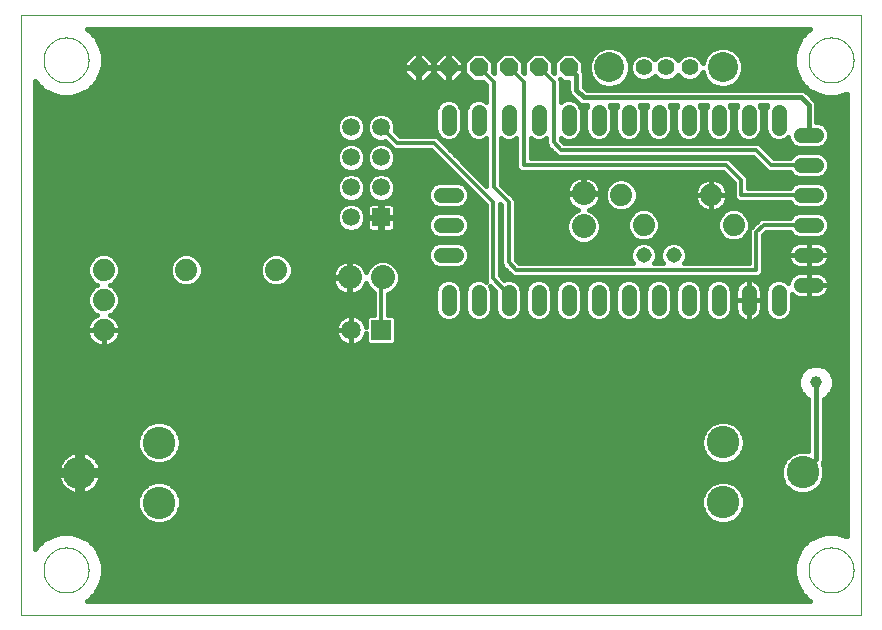
<source format=gbl>
G75*
%MOIN*%
%OFA0B0*%
%FSLAX25Y25*%
%IPPOS*%
%LPD*%
%AMOC8*
5,1,8,0,0,1.08239X$1,22.5*
%
%ADD10C,0.00000*%
%ADD11C,0.10800*%
%ADD12C,0.08000*%
%ADD13R,0.06500X0.06500*%
%ADD14C,0.06500*%
%ADD15R,0.05937X0.05937*%
%ADD16C,0.05937*%
%ADD17C,0.07400*%
%ADD18C,0.05600*%
%ADD19C,0.10000*%
%ADD20OC8,0.06000*%
%ADD21C,0.05150*%
%ADD22C,0.05150*%
%ADD23C,0.01600*%
%ADD24C,0.01200*%
%ADD25C,0.03962*%
D10*
X0001800Y0001800D02*
X0001800Y0201800D01*
X0281800Y0201800D01*
X0281800Y0001800D01*
X0001800Y0001800D01*
X0009300Y0016800D02*
X0009302Y0016984D01*
X0009309Y0017168D01*
X0009320Y0017352D01*
X0009336Y0017535D01*
X0009356Y0017718D01*
X0009381Y0017900D01*
X0009410Y0018082D01*
X0009444Y0018263D01*
X0009482Y0018443D01*
X0009525Y0018622D01*
X0009572Y0018800D01*
X0009623Y0018977D01*
X0009679Y0019153D01*
X0009738Y0019327D01*
X0009803Y0019499D01*
X0009871Y0019670D01*
X0009943Y0019839D01*
X0010020Y0020007D01*
X0010101Y0020172D01*
X0010186Y0020335D01*
X0010274Y0020497D01*
X0010367Y0020656D01*
X0010464Y0020812D01*
X0010564Y0020967D01*
X0010668Y0021119D01*
X0010776Y0021268D01*
X0010887Y0021414D01*
X0011002Y0021558D01*
X0011121Y0021699D01*
X0011243Y0021837D01*
X0011368Y0021972D01*
X0011497Y0022103D01*
X0011628Y0022232D01*
X0011763Y0022357D01*
X0011901Y0022479D01*
X0012042Y0022598D01*
X0012186Y0022713D01*
X0012332Y0022824D01*
X0012481Y0022932D01*
X0012633Y0023036D01*
X0012788Y0023136D01*
X0012944Y0023233D01*
X0013103Y0023326D01*
X0013265Y0023414D01*
X0013428Y0023499D01*
X0013593Y0023580D01*
X0013761Y0023657D01*
X0013930Y0023729D01*
X0014101Y0023797D01*
X0014273Y0023862D01*
X0014447Y0023921D01*
X0014623Y0023977D01*
X0014800Y0024028D01*
X0014978Y0024075D01*
X0015157Y0024118D01*
X0015337Y0024156D01*
X0015518Y0024190D01*
X0015700Y0024219D01*
X0015882Y0024244D01*
X0016065Y0024264D01*
X0016248Y0024280D01*
X0016432Y0024291D01*
X0016616Y0024298D01*
X0016800Y0024300D01*
X0016984Y0024298D01*
X0017168Y0024291D01*
X0017352Y0024280D01*
X0017535Y0024264D01*
X0017718Y0024244D01*
X0017900Y0024219D01*
X0018082Y0024190D01*
X0018263Y0024156D01*
X0018443Y0024118D01*
X0018622Y0024075D01*
X0018800Y0024028D01*
X0018977Y0023977D01*
X0019153Y0023921D01*
X0019327Y0023862D01*
X0019499Y0023797D01*
X0019670Y0023729D01*
X0019839Y0023657D01*
X0020007Y0023580D01*
X0020172Y0023499D01*
X0020335Y0023414D01*
X0020497Y0023326D01*
X0020656Y0023233D01*
X0020812Y0023136D01*
X0020967Y0023036D01*
X0021119Y0022932D01*
X0021268Y0022824D01*
X0021414Y0022713D01*
X0021558Y0022598D01*
X0021699Y0022479D01*
X0021837Y0022357D01*
X0021972Y0022232D01*
X0022103Y0022103D01*
X0022232Y0021972D01*
X0022357Y0021837D01*
X0022479Y0021699D01*
X0022598Y0021558D01*
X0022713Y0021414D01*
X0022824Y0021268D01*
X0022932Y0021119D01*
X0023036Y0020967D01*
X0023136Y0020812D01*
X0023233Y0020656D01*
X0023326Y0020497D01*
X0023414Y0020335D01*
X0023499Y0020172D01*
X0023580Y0020007D01*
X0023657Y0019839D01*
X0023729Y0019670D01*
X0023797Y0019499D01*
X0023862Y0019327D01*
X0023921Y0019153D01*
X0023977Y0018977D01*
X0024028Y0018800D01*
X0024075Y0018622D01*
X0024118Y0018443D01*
X0024156Y0018263D01*
X0024190Y0018082D01*
X0024219Y0017900D01*
X0024244Y0017718D01*
X0024264Y0017535D01*
X0024280Y0017352D01*
X0024291Y0017168D01*
X0024298Y0016984D01*
X0024300Y0016800D01*
X0024298Y0016616D01*
X0024291Y0016432D01*
X0024280Y0016248D01*
X0024264Y0016065D01*
X0024244Y0015882D01*
X0024219Y0015700D01*
X0024190Y0015518D01*
X0024156Y0015337D01*
X0024118Y0015157D01*
X0024075Y0014978D01*
X0024028Y0014800D01*
X0023977Y0014623D01*
X0023921Y0014447D01*
X0023862Y0014273D01*
X0023797Y0014101D01*
X0023729Y0013930D01*
X0023657Y0013761D01*
X0023580Y0013593D01*
X0023499Y0013428D01*
X0023414Y0013265D01*
X0023326Y0013103D01*
X0023233Y0012944D01*
X0023136Y0012788D01*
X0023036Y0012633D01*
X0022932Y0012481D01*
X0022824Y0012332D01*
X0022713Y0012186D01*
X0022598Y0012042D01*
X0022479Y0011901D01*
X0022357Y0011763D01*
X0022232Y0011628D01*
X0022103Y0011497D01*
X0021972Y0011368D01*
X0021837Y0011243D01*
X0021699Y0011121D01*
X0021558Y0011002D01*
X0021414Y0010887D01*
X0021268Y0010776D01*
X0021119Y0010668D01*
X0020967Y0010564D01*
X0020812Y0010464D01*
X0020656Y0010367D01*
X0020497Y0010274D01*
X0020335Y0010186D01*
X0020172Y0010101D01*
X0020007Y0010020D01*
X0019839Y0009943D01*
X0019670Y0009871D01*
X0019499Y0009803D01*
X0019327Y0009738D01*
X0019153Y0009679D01*
X0018977Y0009623D01*
X0018800Y0009572D01*
X0018622Y0009525D01*
X0018443Y0009482D01*
X0018263Y0009444D01*
X0018082Y0009410D01*
X0017900Y0009381D01*
X0017718Y0009356D01*
X0017535Y0009336D01*
X0017352Y0009320D01*
X0017168Y0009309D01*
X0016984Y0009302D01*
X0016800Y0009300D01*
X0016616Y0009302D01*
X0016432Y0009309D01*
X0016248Y0009320D01*
X0016065Y0009336D01*
X0015882Y0009356D01*
X0015700Y0009381D01*
X0015518Y0009410D01*
X0015337Y0009444D01*
X0015157Y0009482D01*
X0014978Y0009525D01*
X0014800Y0009572D01*
X0014623Y0009623D01*
X0014447Y0009679D01*
X0014273Y0009738D01*
X0014101Y0009803D01*
X0013930Y0009871D01*
X0013761Y0009943D01*
X0013593Y0010020D01*
X0013428Y0010101D01*
X0013265Y0010186D01*
X0013103Y0010274D01*
X0012944Y0010367D01*
X0012788Y0010464D01*
X0012633Y0010564D01*
X0012481Y0010668D01*
X0012332Y0010776D01*
X0012186Y0010887D01*
X0012042Y0011002D01*
X0011901Y0011121D01*
X0011763Y0011243D01*
X0011628Y0011368D01*
X0011497Y0011497D01*
X0011368Y0011628D01*
X0011243Y0011763D01*
X0011121Y0011901D01*
X0011002Y0012042D01*
X0010887Y0012186D01*
X0010776Y0012332D01*
X0010668Y0012481D01*
X0010564Y0012633D01*
X0010464Y0012788D01*
X0010367Y0012944D01*
X0010274Y0013103D01*
X0010186Y0013265D01*
X0010101Y0013428D01*
X0010020Y0013593D01*
X0009943Y0013761D01*
X0009871Y0013930D01*
X0009803Y0014101D01*
X0009738Y0014273D01*
X0009679Y0014447D01*
X0009623Y0014623D01*
X0009572Y0014800D01*
X0009525Y0014978D01*
X0009482Y0015157D01*
X0009444Y0015337D01*
X0009410Y0015518D01*
X0009381Y0015700D01*
X0009356Y0015882D01*
X0009336Y0016065D01*
X0009320Y0016248D01*
X0009309Y0016432D01*
X0009302Y0016616D01*
X0009300Y0016800D01*
X0009300Y0186800D02*
X0009302Y0186984D01*
X0009309Y0187168D01*
X0009320Y0187352D01*
X0009336Y0187535D01*
X0009356Y0187718D01*
X0009381Y0187900D01*
X0009410Y0188082D01*
X0009444Y0188263D01*
X0009482Y0188443D01*
X0009525Y0188622D01*
X0009572Y0188800D01*
X0009623Y0188977D01*
X0009679Y0189153D01*
X0009738Y0189327D01*
X0009803Y0189499D01*
X0009871Y0189670D01*
X0009943Y0189839D01*
X0010020Y0190007D01*
X0010101Y0190172D01*
X0010186Y0190335D01*
X0010274Y0190497D01*
X0010367Y0190656D01*
X0010464Y0190812D01*
X0010564Y0190967D01*
X0010668Y0191119D01*
X0010776Y0191268D01*
X0010887Y0191414D01*
X0011002Y0191558D01*
X0011121Y0191699D01*
X0011243Y0191837D01*
X0011368Y0191972D01*
X0011497Y0192103D01*
X0011628Y0192232D01*
X0011763Y0192357D01*
X0011901Y0192479D01*
X0012042Y0192598D01*
X0012186Y0192713D01*
X0012332Y0192824D01*
X0012481Y0192932D01*
X0012633Y0193036D01*
X0012788Y0193136D01*
X0012944Y0193233D01*
X0013103Y0193326D01*
X0013265Y0193414D01*
X0013428Y0193499D01*
X0013593Y0193580D01*
X0013761Y0193657D01*
X0013930Y0193729D01*
X0014101Y0193797D01*
X0014273Y0193862D01*
X0014447Y0193921D01*
X0014623Y0193977D01*
X0014800Y0194028D01*
X0014978Y0194075D01*
X0015157Y0194118D01*
X0015337Y0194156D01*
X0015518Y0194190D01*
X0015700Y0194219D01*
X0015882Y0194244D01*
X0016065Y0194264D01*
X0016248Y0194280D01*
X0016432Y0194291D01*
X0016616Y0194298D01*
X0016800Y0194300D01*
X0016984Y0194298D01*
X0017168Y0194291D01*
X0017352Y0194280D01*
X0017535Y0194264D01*
X0017718Y0194244D01*
X0017900Y0194219D01*
X0018082Y0194190D01*
X0018263Y0194156D01*
X0018443Y0194118D01*
X0018622Y0194075D01*
X0018800Y0194028D01*
X0018977Y0193977D01*
X0019153Y0193921D01*
X0019327Y0193862D01*
X0019499Y0193797D01*
X0019670Y0193729D01*
X0019839Y0193657D01*
X0020007Y0193580D01*
X0020172Y0193499D01*
X0020335Y0193414D01*
X0020497Y0193326D01*
X0020656Y0193233D01*
X0020812Y0193136D01*
X0020967Y0193036D01*
X0021119Y0192932D01*
X0021268Y0192824D01*
X0021414Y0192713D01*
X0021558Y0192598D01*
X0021699Y0192479D01*
X0021837Y0192357D01*
X0021972Y0192232D01*
X0022103Y0192103D01*
X0022232Y0191972D01*
X0022357Y0191837D01*
X0022479Y0191699D01*
X0022598Y0191558D01*
X0022713Y0191414D01*
X0022824Y0191268D01*
X0022932Y0191119D01*
X0023036Y0190967D01*
X0023136Y0190812D01*
X0023233Y0190656D01*
X0023326Y0190497D01*
X0023414Y0190335D01*
X0023499Y0190172D01*
X0023580Y0190007D01*
X0023657Y0189839D01*
X0023729Y0189670D01*
X0023797Y0189499D01*
X0023862Y0189327D01*
X0023921Y0189153D01*
X0023977Y0188977D01*
X0024028Y0188800D01*
X0024075Y0188622D01*
X0024118Y0188443D01*
X0024156Y0188263D01*
X0024190Y0188082D01*
X0024219Y0187900D01*
X0024244Y0187718D01*
X0024264Y0187535D01*
X0024280Y0187352D01*
X0024291Y0187168D01*
X0024298Y0186984D01*
X0024300Y0186800D01*
X0024298Y0186616D01*
X0024291Y0186432D01*
X0024280Y0186248D01*
X0024264Y0186065D01*
X0024244Y0185882D01*
X0024219Y0185700D01*
X0024190Y0185518D01*
X0024156Y0185337D01*
X0024118Y0185157D01*
X0024075Y0184978D01*
X0024028Y0184800D01*
X0023977Y0184623D01*
X0023921Y0184447D01*
X0023862Y0184273D01*
X0023797Y0184101D01*
X0023729Y0183930D01*
X0023657Y0183761D01*
X0023580Y0183593D01*
X0023499Y0183428D01*
X0023414Y0183265D01*
X0023326Y0183103D01*
X0023233Y0182944D01*
X0023136Y0182788D01*
X0023036Y0182633D01*
X0022932Y0182481D01*
X0022824Y0182332D01*
X0022713Y0182186D01*
X0022598Y0182042D01*
X0022479Y0181901D01*
X0022357Y0181763D01*
X0022232Y0181628D01*
X0022103Y0181497D01*
X0021972Y0181368D01*
X0021837Y0181243D01*
X0021699Y0181121D01*
X0021558Y0181002D01*
X0021414Y0180887D01*
X0021268Y0180776D01*
X0021119Y0180668D01*
X0020967Y0180564D01*
X0020812Y0180464D01*
X0020656Y0180367D01*
X0020497Y0180274D01*
X0020335Y0180186D01*
X0020172Y0180101D01*
X0020007Y0180020D01*
X0019839Y0179943D01*
X0019670Y0179871D01*
X0019499Y0179803D01*
X0019327Y0179738D01*
X0019153Y0179679D01*
X0018977Y0179623D01*
X0018800Y0179572D01*
X0018622Y0179525D01*
X0018443Y0179482D01*
X0018263Y0179444D01*
X0018082Y0179410D01*
X0017900Y0179381D01*
X0017718Y0179356D01*
X0017535Y0179336D01*
X0017352Y0179320D01*
X0017168Y0179309D01*
X0016984Y0179302D01*
X0016800Y0179300D01*
X0016616Y0179302D01*
X0016432Y0179309D01*
X0016248Y0179320D01*
X0016065Y0179336D01*
X0015882Y0179356D01*
X0015700Y0179381D01*
X0015518Y0179410D01*
X0015337Y0179444D01*
X0015157Y0179482D01*
X0014978Y0179525D01*
X0014800Y0179572D01*
X0014623Y0179623D01*
X0014447Y0179679D01*
X0014273Y0179738D01*
X0014101Y0179803D01*
X0013930Y0179871D01*
X0013761Y0179943D01*
X0013593Y0180020D01*
X0013428Y0180101D01*
X0013265Y0180186D01*
X0013103Y0180274D01*
X0012944Y0180367D01*
X0012788Y0180464D01*
X0012633Y0180564D01*
X0012481Y0180668D01*
X0012332Y0180776D01*
X0012186Y0180887D01*
X0012042Y0181002D01*
X0011901Y0181121D01*
X0011763Y0181243D01*
X0011628Y0181368D01*
X0011497Y0181497D01*
X0011368Y0181628D01*
X0011243Y0181763D01*
X0011121Y0181901D01*
X0011002Y0182042D01*
X0010887Y0182186D01*
X0010776Y0182332D01*
X0010668Y0182481D01*
X0010564Y0182633D01*
X0010464Y0182788D01*
X0010367Y0182944D01*
X0010274Y0183103D01*
X0010186Y0183265D01*
X0010101Y0183428D01*
X0010020Y0183593D01*
X0009943Y0183761D01*
X0009871Y0183930D01*
X0009803Y0184101D01*
X0009738Y0184273D01*
X0009679Y0184447D01*
X0009623Y0184623D01*
X0009572Y0184800D01*
X0009525Y0184978D01*
X0009482Y0185157D01*
X0009444Y0185337D01*
X0009410Y0185518D01*
X0009381Y0185700D01*
X0009356Y0185882D01*
X0009336Y0186065D01*
X0009320Y0186248D01*
X0009309Y0186432D01*
X0009302Y0186616D01*
X0009300Y0186800D01*
X0265619Y0079300D02*
X0265621Y0079369D01*
X0265627Y0079437D01*
X0265637Y0079505D01*
X0265651Y0079572D01*
X0265669Y0079639D01*
X0265690Y0079704D01*
X0265716Y0079768D01*
X0265745Y0079830D01*
X0265777Y0079890D01*
X0265813Y0079949D01*
X0265853Y0080005D01*
X0265895Y0080059D01*
X0265941Y0080110D01*
X0265990Y0080159D01*
X0266041Y0080205D01*
X0266095Y0080247D01*
X0266151Y0080287D01*
X0266209Y0080323D01*
X0266270Y0080355D01*
X0266332Y0080384D01*
X0266396Y0080410D01*
X0266461Y0080431D01*
X0266528Y0080449D01*
X0266595Y0080463D01*
X0266663Y0080473D01*
X0266731Y0080479D01*
X0266800Y0080481D01*
X0266869Y0080479D01*
X0266937Y0080473D01*
X0267005Y0080463D01*
X0267072Y0080449D01*
X0267139Y0080431D01*
X0267204Y0080410D01*
X0267268Y0080384D01*
X0267330Y0080355D01*
X0267390Y0080323D01*
X0267449Y0080287D01*
X0267505Y0080247D01*
X0267559Y0080205D01*
X0267610Y0080159D01*
X0267659Y0080110D01*
X0267705Y0080059D01*
X0267747Y0080005D01*
X0267787Y0079949D01*
X0267823Y0079890D01*
X0267855Y0079830D01*
X0267884Y0079768D01*
X0267910Y0079704D01*
X0267931Y0079639D01*
X0267949Y0079572D01*
X0267963Y0079505D01*
X0267973Y0079437D01*
X0267979Y0079369D01*
X0267981Y0079300D01*
X0267979Y0079231D01*
X0267973Y0079163D01*
X0267963Y0079095D01*
X0267949Y0079028D01*
X0267931Y0078961D01*
X0267910Y0078896D01*
X0267884Y0078832D01*
X0267855Y0078770D01*
X0267823Y0078709D01*
X0267787Y0078651D01*
X0267747Y0078595D01*
X0267705Y0078541D01*
X0267659Y0078490D01*
X0267610Y0078441D01*
X0267559Y0078395D01*
X0267505Y0078353D01*
X0267449Y0078313D01*
X0267391Y0078277D01*
X0267330Y0078245D01*
X0267268Y0078216D01*
X0267204Y0078190D01*
X0267139Y0078169D01*
X0267072Y0078151D01*
X0267005Y0078137D01*
X0266937Y0078127D01*
X0266869Y0078121D01*
X0266800Y0078119D01*
X0266731Y0078121D01*
X0266663Y0078127D01*
X0266595Y0078137D01*
X0266528Y0078151D01*
X0266461Y0078169D01*
X0266396Y0078190D01*
X0266332Y0078216D01*
X0266270Y0078245D01*
X0266209Y0078277D01*
X0266151Y0078313D01*
X0266095Y0078353D01*
X0266041Y0078395D01*
X0265990Y0078441D01*
X0265941Y0078490D01*
X0265895Y0078541D01*
X0265853Y0078595D01*
X0265813Y0078651D01*
X0265777Y0078709D01*
X0265745Y0078770D01*
X0265716Y0078832D01*
X0265690Y0078896D01*
X0265669Y0078961D01*
X0265651Y0079028D01*
X0265637Y0079095D01*
X0265627Y0079163D01*
X0265621Y0079231D01*
X0265619Y0079300D01*
X0264300Y0016800D02*
X0264302Y0016984D01*
X0264309Y0017168D01*
X0264320Y0017352D01*
X0264336Y0017535D01*
X0264356Y0017718D01*
X0264381Y0017900D01*
X0264410Y0018082D01*
X0264444Y0018263D01*
X0264482Y0018443D01*
X0264525Y0018622D01*
X0264572Y0018800D01*
X0264623Y0018977D01*
X0264679Y0019153D01*
X0264738Y0019327D01*
X0264803Y0019499D01*
X0264871Y0019670D01*
X0264943Y0019839D01*
X0265020Y0020007D01*
X0265101Y0020172D01*
X0265186Y0020335D01*
X0265274Y0020497D01*
X0265367Y0020656D01*
X0265464Y0020812D01*
X0265564Y0020967D01*
X0265668Y0021119D01*
X0265776Y0021268D01*
X0265887Y0021414D01*
X0266002Y0021558D01*
X0266121Y0021699D01*
X0266243Y0021837D01*
X0266368Y0021972D01*
X0266497Y0022103D01*
X0266628Y0022232D01*
X0266763Y0022357D01*
X0266901Y0022479D01*
X0267042Y0022598D01*
X0267186Y0022713D01*
X0267332Y0022824D01*
X0267481Y0022932D01*
X0267633Y0023036D01*
X0267788Y0023136D01*
X0267944Y0023233D01*
X0268103Y0023326D01*
X0268265Y0023414D01*
X0268428Y0023499D01*
X0268593Y0023580D01*
X0268761Y0023657D01*
X0268930Y0023729D01*
X0269101Y0023797D01*
X0269273Y0023862D01*
X0269447Y0023921D01*
X0269623Y0023977D01*
X0269800Y0024028D01*
X0269978Y0024075D01*
X0270157Y0024118D01*
X0270337Y0024156D01*
X0270518Y0024190D01*
X0270700Y0024219D01*
X0270882Y0024244D01*
X0271065Y0024264D01*
X0271248Y0024280D01*
X0271432Y0024291D01*
X0271616Y0024298D01*
X0271800Y0024300D01*
X0271984Y0024298D01*
X0272168Y0024291D01*
X0272352Y0024280D01*
X0272535Y0024264D01*
X0272718Y0024244D01*
X0272900Y0024219D01*
X0273082Y0024190D01*
X0273263Y0024156D01*
X0273443Y0024118D01*
X0273622Y0024075D01*
X0273800Y0024028D01*
X0273977Y0023977D01*
X0274153Y0023921D01*
X0274327Y0023862D01*
X0274499Y0023797D01*
X0274670Y0023729D01*
X0274839Y0023657D01*
X0275007Y0023580D01*
X0275172Y0023499D01*
X0275335Y0023414D01*
X0275497Y0023326D01*
X0275656Y0023233D01*
X0275812Y0023136D01*
X0275967Y0023036D01*
X0276119Y0022932D01*
X0276268Y0022824D01*
X0276414Y0022713D01*
X0276558Y0022598D01*
X0276699Y0022479D01*
X0276837Y0022357D01*
X0276972Y0022232D01*
X0277103Y0022103D01*
X0277232Y0021972D01*
X0277357Y0021837D01*
X0277479Y0021699D01*
X0277598Y0021558D01*
X0277713Y0021414D01*
X0277824Y0021268D01*
X0277932Y0021119D01*
X0278036Y0020967D01*
X0278136Y0020812D01*
X0278233Y0020656D01*
X0278326Y0020497D01*
X0278414Y0020335D01*
X0278499Y0020172D01*
X0278580Y0020007D01*
X0278657Y0019839D01*
X0278729Y0019670D01*
X0278797Y0019499D01*
X0278862Y0019327D01*
X0278921Y0019153D01*
X0278977Y0018977D01*
X0279028Y0018800D01*
X0279075Y0018622D01*
X0279118Y0018443D01*
X0279156Y0018263D01*
X0279190Y0018082D01*
X0279219Y0017900D01*
X0279244Y0017718D01*
X0279264Y0017535D01*
X0279280Y0017352D01*
X0279291Y0017168D01*
X0279298Y0016984D01*
X0279300Y0016800D01*
X0279298Y0016616D01*
X0279291Y0016432D01*
X0279280Y0016248D01*
X0279264Y0016065D01*
X0279244Y0015882D01*
X0279219Y0015700D01*
X0279190Y0015518D01*
X0279156Y0015337D01*
X0279118Y0015157D01*
X0279075Y0014978D01*
X0279028Y0014800D01*
X0278977Y0014623D01*
X0278921Y0014447D01*
X0278862Y0014273D01*
X0278797Y0014101D01*
X0278729Y0013930D01*
X0278657Y0013761D01*
X0278580Y0013593D01*
X0278499Y0013428D01*
X0278414Y0013265D01*
X0278326Y0013103D01*
X0278233Y0012944D01*
X0278136Y0012788D01*
X0278036Y0012633D01*
X0277932Y0012481D01*
X0277824Y0012332D01*
X0277713Y0012186D01*
X0277598Y0012042D01*
X0277479Y0011901D01*
X0277357Y0011763D01*
X0277232Y0011628D01*
X0277103Y0011497D01*
X0276972Y0011368D01*
X0276837Y0011243D01*
X0276699Y0011121D01*
X0276558Y0011002D01*
X0276414Y0010887D01*
X0276268Y0010776D01*
X0276119Y0010668D01*
X0275967Y0010564D01*
X0275812Y0010464D01*
X0275656Y0010367D01*
X0275497Y0010274D01*
X0275335Y0010186D01*
X0275172Y0010101D01*
X0275007Y0010020D01*
X0274839Y0009943D01*
X0274670Y0009871D01*
X0274499Y0009803D01*
X0274327Y0009738D01*
X0274153Y0009679D01*
X0273977Y0009623D01*
X0273800Y0009572D01*
X0273622Y0009525D01*
X0273443Y0009482D01*
X0273263Y0009444D01*
X0273082Y0009410D01*
X0272900Y0009381D01*
X0272718Y0009356D01*
X0272535Y0009336D01*
X0272352Y0009320D01*
X0272168Y0009309D01*
X0271984Y0009302D01*
X0271800Y0009300D01*
X0271616Y0009302D01*
X0271432Y0009309D01*
X0271248Y0009320D01*
X0271065Y0009336D01*
X0270882Y0009356D01*
X0270700Y0009381D01*
X0270518Y0009410D01*
X0270337Y0009444D01*
X0270157Y0009482D01*
X0269978Y0009525D01*
X0269800Y0009572D01*
X0269623Y0009623D01*
X0269447Y0009679D01*
X0269273Y0009738D01*
X0269101Y0009803D01*
X0268930Y0009871D01*
X0268761Y0009943D01*
X0268593Y0010020D01*
X0268428Y0010101D01*
X0268265Y0010186D01*
X0268103Y0010274D01*
X0267944Y0010367D01*
X0267788Y0010464D01*
X0267633Y0010564D01*
X0267481Y0010668D01*
X0267332Y0010776D01*
X0267186Y0010887D01*
X0267042Y0011002D01*
X0266901Y0011121D01*
X0266763Y0011243D01*
X0266628Y0011368D01*
X0266497Y0011497D01*
X0266368Y0011628D01*
X0266243Y0011763D01*
X0266121Y0011901D01*
X0266002Y0012042D01*
X0265887Y0012186D01*
X0265776Y0012332D01*
X0265668Y0012481D01*
X0265564Y0012633D01*
X0265464Y0012788D01*
X0265367Y0012944D01*
X0265274Y0013103D01*
X0265186Y0013265D01*
X0265101Y0013428D01*
X0265020Y0013593D01*
X0264943Y0013761D01*
X0264871Y0013930D01*
X0264803Y0014101D01*
X0264738Y0014273D01*
X0264679Y0014447D01*
X0264623Y0014623D01*
X0264572Y0014800D01*
X0264525Y0014978D01*
X0264482Y0015157D01*
X0264444Y0015337D01*
X0264410Y0015518D01*
X0264381Y0015700D01*
X0264356Y0015882D01*
X0264336Y0016065D01*
X0264320Y0016248D01*
X0264309Y0016432D01*
X0264302Y0016616D01*
X0264300Y0016800D01*
X0264300Y0186800D02*
X0264302Y0186984D01*
X0264309Y0187168D01*
X0264320Y0187352D01*
X0264336Y0187535D01*
X0264356Y0187718D01*
X0264381Y0187900D01*
X0264410Y0188082D01*
X0264444Y0188263D01*
X0264482Y0188443D01*
X0264525Y0188622D01*
X0264572Y0188800D01*
X0264623Y0188977D01*
X0264679Y0189153D01*
X0264738Y0189327D01*
X0264803Y0189499D01*
X0264871Y0189670D01*
X0264943Y0189839D01*
X0265020Y0190007D01*
X0265101Y0190172D01*
X0265186Y0190335D01*
X0265274Y0190497D01*
X0265367Y0190656D01*
X0265464Y0190812D01*
X0265564Y0190967D01*
X0265668Y0191119D01*
X0265776Y0191268D01*
X0265887Y0191414D01*
X0266002Y0191558D01*
X0266121Y0191699D01*
X0266243Y0191837D01*
X0266368Y0191972D01*
X0266497Y0192103D01*
X0266628Y0192232D01*
X0266763Y0192357D01*
X0266901Y0192479D01*
X0267042Y0192598D01*
X0267186Y0192713D01*
X0267332Y0192824D01*
X0267481Y0192932D01*
X0267633Y0193036D01*
X0267788Y0193136D01*
X0267944Y0193233D01*
X0268103Y0193326D01*
X0268265Y0193414D01*
X0268428Y0193499D01*
X0268593Y0193580D01*
X0268761Y0193657D01*
X0268930Y0193729D01*
X0269101Y0193797D01*
X0269273Y0193862D01*
X0269447Y0193921D01*
X0269623Y0193977D01*
X0269800Y0194028D01*
X0269978Y0194075D01*
X0270157Y0194118D01*
X0270337Y0194156D01*
X0270518Y0194190D01*
X0270700Y0194219D01*
X0270882Y0194244D01*
X0271065Y0194264D01*
X0271248Y0194280D01*
X0271432Y0194291D01*
X0271616Y0194298D01*
X0271800Y0194300D01*
X0271984Y0194298D01*
X0272168Y0194291D01*
X0272352Y0194280D01*
X0272535Y0194264D01*
X0272718Y0194244D01*
X0272900Y0194219D01*
X0273082Y0194190D01*
X0273263Y0194156D01*
X0273443Y0194118D01*
X0273622Y0194075D01*
X0273800Y0194028D01*
X0273977Y0193977D01*
X0274153Y0193921D01*
X0274327Y0193862D01*
X0274499Y0193797D01*
X0274670Y0193729D01*
X0274839Y0193657D01*
X0275007Y0193580D01*
X0275172Y0193499D01*
X0275335Y0193414D01*
X0275497Y0193326D01*
X0275656Y0193233D01*
X0275812Y0193136D01*
X0275967Y0193036D01*
X0276119Y0192932D01*
X0276268Y0192824D01*
X0276414Y0192713D01*
X0276558Y0192598D01*
X0276699Y0192479D01*
X0276837Y0192357D01*
X0276972Y0192232D01*
X0277103Y0192103D01*
X0277232Y0191972D01*
X0277357Y0191837D01*
X0277479Y0191699D01*
X0277598Y0191558D01*
X0277713Y0191414D01*
X0277824Y0191268D01*
X0277932Y0191119D01*
X0278036Y0190967D01*
X0278136Y0190812D01*
X0278233Y0190656D01*
X0278326Y0190497D01*
X0278414Y0190335D01*
X0278499Y0190172D01*
X0278580Y0190007D01*
X0278657Y0189839D01*
X0278729Y0189670D01*
X0278797Y0189499D01*
X0278862Y0189327D01*
X0278921Y0189153D01*
X0278977Y0188977D01*
X0279028Y0188800D01*
X0279075Y0188622D01*
X0279118Y0188443D01*
X0279156Y0188263D01*
X0279190Y0188082D01*
X0279219Y0187900D01*
X0279244Y0187718D01*
X0279264Y0187535D01*
X0279280Y0187352D01*
X0279291Y0187168D01*
X0279298Y0186984D01*
X0279300Y0186800D01*
X0279298Y0186616D01*
X0279291Y0186432D01*
X0279280Y0186248D01*
X0279264Y0186065D01*
X0279244Y0185882D01*
X0279219Y0185700D01*
X0279190Y0185518D01*
X0279156Y0185337D01*
X0279118Y0185157D01*
X0279075Y0184978D01*
X0279028Y0184800D01*
X0278977Y0184623D01*
X0278921Y0184447D01*
X0278862Y0184273D01*
X0278797Y0184101D01*
X0278729Y0183930D01*
X0278657Y0183761D01*
X0278580Y0183593D01*
X0278499Y0183428D01*
X0278414Y0183265D01*
X0278326Y0183103D01*
X0278233Y0182944D01*
X0278136Y0182788D01*
X0278036Y0182633D01*
X0277932Y0182481D01*
X0277824Y0182332D01*
X0277713Y0182186D01*
X0277598Y0182042D01*
X0277479Y0181901D01*
X0277357Y0181763D01*
X0277232Y0181628D01*
X0277103Y0181497D01*
X0276972Y0181368D01*
X0276837Y0181243D01*
X0276699Y0181121D01*
X0276558Y0181002D01*
X0276414Y0180887D01*
X0276268Y0180776D01*
X0276119Y0180668D01*
X0275967Y0180564D01*
X0275812Y0180464D01*
X0275656Y0180367D01*
X0275497Y0180274D01*
X0275335Y0180186D01*
X0275172Y0180101D01*
X0275007Y0180020D01*
X0274839Y0179943D01*
X0274670Y0179871D01*
X0274499Y0179803D01*
X0274327Y0179738D01*
X0274153Y0179679D01*
X0273977Y0179623D01*
X0273800Y0179572D01*
X0273622Y0179525D01*
X0273443Y0179482D01*
X0273263Y0179444D01*
X0273082Y0179410D01*
X0272900Y0179381D01*
X0272718Y0179356D01*
X0272535Y0179336D01*
X0272352Y0179320D01*
X0272168Y0179309D01*
X0271984Y0179302D01*
X0271800Y0179300D01*
X0271616Y0179302D01*
X0271432Y0179309D01*
X0271248Y0179320D01*
X0271065Y0179336D01*
X0270882Y0179356D01*
X0270700Y0179381D01*
X0270518Y0179410D01*
X0270337Y0179444D01*
X0270157Y0179482D01*
X0269978Y0179525D01*
X0269800Y0179572D01*
X0269623Y0179623D01*
X0269447Y0179679D01*
X0269273Y0179738D01*
X0269101Y0179803D01*
X0268930Y0179871D01*
X0268761Y0179943D01*
X0268593Y0180020D01*
X0268428Y0180101D01*
X0268265Y0180186D01*
X0268103Y0180274D01*
X0267944Y0180367D01*
X0267788Y0180464D01*
X0267633Y0180564D01*
X0267481Y0180668D01*
X0267332Y0180776D01*
X0267186Y0180887D01*
X0267042Y0181002D01*
X0266901Y0181121D01*
X0266763Y0181243D01*
X0266628Y0181368D01*
X0266497Y0181497D01*
X0266368Y0181628D01*
X0266243Y0181763D01*
X0266121Y0181901D01*
X0266002Y0182042D01*
X0265887Y0182186D01*
X0265776Y0182332D01*
X0265668Y0182481D01*
X0265564Y0182633D01*
X0265464Y0182788D01*
X0265367Y0182944D01*
X0265274Y0183103D01*
X0265186Y0183265D01*
X0265101Y0183428D01*
X0265020Y0183593D01*
X0264943Y0183761D01*
X0264871Y0183930D01*
X0264803Y0184101D01*
X0264738Y0184273D01*
X0264679Y0184447D01*
X0264623Y0184623D01*
X0264572Y0184800D01*
X0264525Y0184978D01*
X0264482Y0185157D01*
X0264444Y0185337D01*
X0264410Y0185518D01*
X0264381Y0185700D01*
X0264356Y0185882D01*
X0264336Y0186065D01*
X0264320Y0186248D01*
X0264309Y0186432D01*
X0264302Y0186616D01*
X0264300Y0186800D01*
D11*
X0235816Y0059339D03*
X0235816Y0039339D03*
X0262383Y0049339D03*
X0047784Y0059261D03*
X0047784Y0039261D03*
X0021217Y0049261D03*
D12*
X0111300Y0114300D03*
X0122300Y0114300D03*
X0189300Y0131300D03*
X0189300Y0142300D03*
D13*
X0121800Y0096800D03*
D14*
X0111800Y0096800D03*
D15*
X0121800Y0134300D03*
D16*
X0111800Y0134300D03*
X0111800Y0144300D03*
X0121800Y0144300D03*
X0121800Y0154300D03*
X0111800Y0154300D03*
X0111800Y0164300D03*
X0121800Y0164300D03*
D17*
X0086800Y0116800D03*
X0056800Y0116800D03*
X0029300Y0116800D03*
X0029300Y0106800D03*
X0029300Y0096800D03*
X0201800Y0141800D03*
X0209300Y0131800D03*
X0231800Y0141800D03*
X0239300Y0131800D03*
D18*
X0224674Y0184300D03*
X0216800Y0184300D03*
X0209320Y0184300D03*
D19*
X0197902Y0184300D03*
X0235698Y0184300D03*
D20*
X0184300Y0184300D03*
X0174300Y0184300D03*
X0164300Y0184300D03*
X0154300Y0184300D03*
X0144300Y0184300D03*
X0134300Y0184300D03*
D21*
X0144300Y0169375D02*
X0144300Y0164225D01*
X0154300Y0164225D02*
X0154300Y0169375D01*
X0164300Y0169375D02*
X0164300Y0164225D01*
X0174300Y0164225D02*
X0174300Y0169375D01*
X0184300Y0169375D02*
X0184300Y0164225D01*
X0194300Y0164225D02*
X0194300Y0169375D01*
X0204300Y0169375D02*
X0204300Y0164225D01*
X0214300Y0164225D02*
X0214300Y0169375D01*
X0224300Y0169375D02*
X0224300Y0164225D01*
X0234300Y0164225D02*
X0234300Y0169375D01*
X0244300Y0169375D02*
X0244300Y0164225D01*
X0254300Y0164225D02*
X0254300Y0169375D01*
X0261725Y0161800D02*
X0266875Y0161800D01*
X0266875Y0151800D02*
X0261725Y0151800D01*
X0261725Y0141800D02*
X0266875Y0141800D01*
X0266875Y0131800D02*
X0261725Y0131800D01*
X0261725Y0121800D02*
X0266875Y0121800D01*
X0266875Y0111800D02*
X0261725Y0111800D01*
X0254300Y0109375D02*
X0254300Y0104225D01*
X0244300Y0104225D02*
X0244300Y0109375D01*
X0234300Y0109375D02*
X0234300Y0104225D01*
X0224300Y0104225D02*
X0224300Y0109375D01*
X0214300Y0109375D02*
X0214300Y0104225D01*
X0204300Y0104225D02*
X0204300Y0109375D01*
X0194300Y0109375D02*
X0194300Y0104225D01*
X0184300Y0104225D02*
X0184300Y0109375D01*
X0174300Y0109375D02*
X0174300Y0104225D01*
X0164300Y0104225D02*
X0164300Y0109375D01*
X0154300Y0109375D02*
X0154300Y0104225D01*
X0144300Y0104225D02*
X0144300Y0109375D01*
X0146875Y0121800D02*
X0141725Y0121800D01*
X0141725Y0131800D02*
X0146875Y0131800D01*
X0146875Y0141800D02*
X0141725Y0141800D01*
D22*
X0209300Y0121800D03*
X0219300Y0121800D03*
D23*
X0222402Y0124885D02*
X0244400Y0124885D01*
X0244400Y0123287D02*
X0223419Y0123287D01*
X0223675Y0122670D02*
X0223009Y0124278D01*
X0221778Y0125509D01*
X0220170Y0126175D01*
X0218430Y0126175D01*
X0216822Y0125509D01*
X0215591Y0124278D01*
X0214925Y0122670D01*
X0214925Y0120930D01*
X0215591Y0119322D01*
X0215713Y0119200D01*
X0212887Y0119200D01*
X0213009Y0119322D01*
X0213675Y0120930D01*
X0213675Y0122670D01*
X0213009Y0124278D01*
X0211778Y0125509D01*
X0210170Y0126175D01*
X0208430Y0126175D01*
X0206822Y0125509D01*
X0205591Y0124278D01*
X0204925Y0122670D01*
X0204925Y0120930D01*
X0205591Y0119322D01*
X0205713Y0119200D01*
X0167794Y0119200D01*
X0166700Y0120294D01*
X0166700Y0139777D01*
X0166335Y0140659D01*
X0161700Y0145294D01*
X0161700Y0160638D01*
X0161822Y0160516D01*
X0163430Y0159850D01*
X0165170Y0159850D01*
X0166778Y0160516D01*
X0166900Y0160638D01*
X0166900Y0151323D01*
X0167265Y0150441D01*
X0167941Y0149765D01*
X0168823Y0149400D01*
X0235806Y0149400D01*
X0239400Y0145806D01*
X0239400Y0141323D01*
X0239765Y0140441D01*
X0240441Y0139765D01*
X0241323Y0139400D01*
X0257984Y0139400D01*
X0258016Y0139322D01*
X0259247Y0138091D01*
X0260855Y0137425D01*
X0267745Y0137425D01*
X0269353Y0138091D01*
X0270584Y0139322D01*
X0271250Y0140930D01*
X0271250Y0142670D01*
X0270584Y0144278D01*
X0269353Y0145509D01*
X0267745Y0146175D01*
X0260855Y0146175D01*
X0259247Y0145509D01*
X0258016Y0144278D01*
X0257984Y0144200D01*
X0244200Y0144200D01*
X0244200Y0147277D01*
X0243835Y0148159D01*
X0238835Y0153159D01*
X0238159Y0153835D01*
X0237277Y0154200D01*
X0171700Y0154200D01*
X0171700Y0160638D01*
X0171822Y0160516D01*
X0173430Y0159850D01*
X0175170Y0159850D01*
X0176778Y0160516D01*
X0176900Y0160638D01*
X0176900Y0158823D01*
X0177265Y0157941D01*
X0177941Y0157265D01*
X0180441Y0154765D01*
X0181323Y0154400D01*
X0245806Y0154400D01*
X0249765Y0150441D01*
X0250441Y0149765D01*
X0251323Y0149400D01*
X0257984Y0149400D01*
X0258016Y0149322D01*
X0259247Y0148091D01*
X0260855Y0147425D01*
X0267745Y0147425D01*
X0269353Y0148091D01*
X0270584Y0149322D01*
X0271250Y0150930D01*
X0271250Y0152670D01*
X0270584Y0154278D01*
X0269353Y0155509D01*
X0267745Y0156175D01*
X0260855Y0156175D01*
X0259247Y0155509D01*
X0258016Y0154278D01*
X0257984Y0154200D01*
X0252794Y0154200D01*
X0248159Y0158835D01*
X0247277Y0159200D01*
X0182794Y0159200D01*
X0181700Y0160294D01*
X0181700Y0160638D01*
X0181822Y0160516D01*
X0183430Y0159850D01*
X0185170Y0159850D01*
X0186778Y0160516D01*
X0188009Y0161747D01*
X0188675Y0163355D01*
X0188675Y0170245D01*
X0188009Y0171853D01*
X0186778Y0173084D01*
X0185170Y0173750D01*
X0183430Y0173750D01*
X0181822Y0173084D01*
X0181700Y0172962D01*
X0181700Y0179777D01*
X0181464Y0180348D01*
X0182312Y0179500D01*
X0184200Y0179500D01*
X0184200Y0176283D01*
X0184596Y0175327D01*
X0185327Y0174596D01*
X0187827Y0172096D01*
X0188783Y0171700D01*
X0190528Y0171700D01*
X0189925Y0170245D01*
X0189925Y0163355D01*
X0190591Y0161747D01*
X0191822Y0160516D01*
X0193430Y0159850D01*
X0195170Y0159850D01*
X0196778Y0160516D01*
X0198009Y0161747D01*
X0198675Y0163355D01*
X0198675Y0170245D01*
X0198072Y0171700D01*
X0200528Y0171700D01*
X0199925Y0170245D01*
X0199925Y0163355D01*
X0200591Y0161747D01*
X0201822Y0160516D01*
X0203430Y0159850D01*
X0205170Y0159850D01*
X0206778Y0160516D01*
X0208009Y0161747D01*
X0208675Y0163355D01*
X0208675Y0170245D01*
X0208072Y0171700D01*
X0210528Y0171700D01*
X0209925Y0170245D01*
X0209925Y0163355D01*
X0210591Y0161747D01*
X0211822Y0160516D01*
X0213430Y0159850D01*
X0215170Y0159850D01*
X0216778Y0160516D01*
X0218009Y0161747D01*
X0218675Y0163355D01*
X0218675Y0170245D01*
X0218072Y0171700D01*
X0220528Y0171700D01*
X0219925Y0170245D01*
X0219925Y0163355D01*
X0220591Y0161747D01*
X0221822Y0160516D01*
X0223430Y0159850D01*
X0225170Y0159850D01*
X0226778Y0160516D01*
X0228009Y0161747D01*
X0228675Y0163355D01*
X0228675Y0170245D01*
X0228072Y0171700D01*
X0230528Y0171700D01*
X0229925Y0170245D01*
X0229925Y0163355D01*
X0230591Y0161747D01*
X0231822Y0160516D01*
X0233430Y0159850D01*
X0235170Y0159850D01*
X0236778Y0160516D01*
X0238009Y0161747D01*
X0238675Y0163355D01*
X0238675Y0170245D01*
X0238072Y0171700D01*
X0240528Y0171700D01*
X0239925Y0170245D01*
X0239925Y0163355D01*
X0240591Y0161747D01*
X0241822Y0160516D01*
X0243430Y0159850D01*
X0245170Y0159850D01*
X0246778Y0160516D01*
X0248009Y0161747D01*
X0248675Y0163355D01*
X0248675Y0170245D01*
X0248072Y0171700D01*
X0250528Y0171700D01*
X0249925Y0170245D01*
X0249925Y0163355D01*
X0250591Y0161747D01*
X0251822Y0160516D01*
X0253430Y0159850D01*
X0255170Y0159850D01*
X0256778Y0160516D01*
X0257350Y0161089D01*
X0257350Y0160930D01*
X0258016Y0159322D01*
X0259247Y0158091D01*
X0260855Y0157425D01*
X0267745Y0157425D01*
X0269353Y0158091D01*
X0270584Y0159322D01*
X0271250Y0160930D01*
X0271250Y0162670D01*
X0270584Y0164278D01*
X0269353Y0165509D01*
X0267745Y0166175D01*
X0266900Y0166175D01*
X0266900Y0172317D01*
X0266504Y0173273D01*
X0264004Y0175773D01*
X0263273Y0176504D01*
X0262317Y0176900D01*
X0190377Y0176900D01*
X0189400Y0177877D01*
X0189400Y0182317D01*
X0189100Y0183041D01*
X0189100Y0186288D01*
X0186288Y0189100D01*
X0182312Y0189100D01*
X0179500Y0186288D01*
X0179500Y0182494D01*
X0179100Y0182894D01*
X0179100Y0186288D01*
X0176288Y0189100D01*
X0172312Y0189100D01*
X0169500Y0186288D01*
X0169500Y0182494D01*
X0169100Y0182894D01*
X0169100Y0186288D01*
X0166288Y0189100D01*
X0162312Y0189100D01*
X0159500Y0186288D01*
X0159500Y0182494D01*
X0159100Y0182894D01*
X0159100Y0186288D01*
X0156288Y0189100D01*
X0152312Y0189100D01*
X0149500Y0186288D01*
X0149500Y0182312D01*
X0152312Y0179500D01*
X0155706Y0179500D01*
X0156900Y0178306D01*
X0156900Y0172962D01*
X0156778Y0173084D01*
X0155170Y0173750D01*
X0153430Y0173750D01*
X0151822Y0173084D01*
X0150591Y0171853D01*
X0149925Y0170245D01*
X0149925Y0163355D01*
X0150591Y0161747D01*
X0151822Y0160516D01*
X0153430Y0159850D01*
X0155170Y0159850D01*
X0156778Y0160516D01*
X0156900Y0160638D01*
X0156900Y0144894D01*
X0141335Y0160459D01*
X0140659Y0161135D01*
X0139777Y0161500D01*
X0128194Y0161500D01*
X0126502Y0163192D01*
X0126568Y0163351D01*
X0126568Y0165249D01*
X0125843Y0167001D01*
X0124501Y0168343D01*
X0122749Y0169068D01*
X0120851Y0169068D01*
X0119099Y0168343D01*
X0117757Y0167001D01*
X0117031Y0165249D01*
X0117031Y0163351D01*
X0117757Y0161599D01*
X0119099Y0160257D01*
X0120851Y0159531D01*
X0122749Y0159531D01*
X0123191Y0159715D01*
X0125841Y0157065D01*
X0126723Y0156700D01*
X0138306Y0156700D01*
X0156700Y0138306D01*
X0156700Y0113523D01*
X0156955Y0112906D01*
X0156778Y0113084D01*
X0155170Y0113750D01*
X0153430Y0113750D01*
X0151822Y0113084D01*
X0150591Y0111853D01*
X0149925Y0110245D01*
X0149925Y0103355D01*
X0150591Y0101747D01*
X0151822Y0100516D01*
X0153430Y0099850D01*
X0155170Y0099850D01*
X0156778Y0100516D01*
X0158009Y0101747D01*
X0158675Y0103355D01*
X0158675Y0110245D01*
X0158119Y0111587D01*
X0159925Y0109781D01*
X0159925Y0103355D01*
X0160591Y0101747D01*
X0161822Y0100516D01*
X0163430Y0099850D01*
X0165170Y0099850D01*
X0166778Y0100516D01*
X0168009Y0101747D01*
X0168675Y0103355D01*
X0168675Y0110245D01*
X0168009Y0111853D01*
X0166778Y0113084D01*
X0165170Y0113750D01*
X0163430Y0113750D01*
X0162945Y0113549D01*
X0161500Y0114994D01*
X0161500Y0138706D01*
X0161900Y0138306D01*
X0161900Y0118823D01*
X0162265Y0117941D01*
X0162941Y0117265D01*
X0165441Y0114765D01*
X0166323Y0114400D01*
X0247277Y0114400D01*
X0248159Y0114765D01*
X0248835Y0115441D01*
X0249200Y0116323D01*
X0249200Y0128306D01*
X0250294Y0129400D01*
X0257984Y0129400D01*
X0258016Y0129322D01*
X0259247Y0128091D01*
X0260855Y0127425D01*
X0267745Y0127425D01*
X0269353Y0128091D01*
X0270584Y0129322D01*
X0271250Y0130930D01*
X0271250Y0132670D01*
X0270584Y0134278D01*
X0269353Y0135509D01*
X0267745Y0136175D01*
X0260855Y0136175D01*
X0259247Y0135509D01*
X0258016Y0134278D01*
X0257984Y0134200D01*
X0248823Y0134200D01*
X0247941Y0133835D01*
X0247265Y0133159D01*
X0245441Y0131335D01*
X0244792Y0130686D01*
X0244800Y0130706D01*
X0244800Y0132894D01*
X0243963Y0134915D01*
X0242415Y0136463D01*
X0240394Y0137300D01*
X0238206Y0137300D01*
X0236184Y0136463D01*
X0234637Y0134915D01*
X0233800Y0132894D01*
X0233800Y0130706D01*
X0234637Y0128684D01*
X0236184Y0127137D01*
X0238206Y0126300D01*
X0240394Y0126300D01*
X0242415Y0127137D01*
X0243963Y0128684D01*
X0244400Y0129740D01*
X0244400Y0119200D01*
X0222887Y0119200D01*
X0223009Y0119322D01*
X0223675Y0120930D01*
X0223675Y0122670D01*
X0223675Y0121688D02*
X0244400Y0121688D01*
X0244400Y0120090D02*
X0223327Y0120090D01*
X0216198Y0124885D02*
X0212402Y0124885D01*
X0213419Y0123287D02*
X0215181Y0123287D01*
X0214925Y0121688D02*
X0213675Y0121688D01*
X0213327Y0120090D02*
X0215273Y0120090D01*
X0215170Y0113750D02*
X0213430Y0113750D01*
X0211822Y0113084D01*
X0210591Y0111853D01*
X0209925Y0110245D01*
X0209925Y0103355D01*
X0210591Y0101747D01*
X0211822Y0100516D01*
X0213430Y0099850D01*
X0215170Y0099850D01*
X0216778Y0100516D01*
X0218009Y0101747D01*
X0218675Y0103355D01*
X0218675Y0110245D01*
X0218009Y0111853D01*
X0216778Y0113084D01*
X0215170Y0113750D01*
X0215300Y0113696D02*
X0223300Y0113696D01*
X0223430Y0113750D02*
X0221822Y0113084D01*
X0220591Y0111853D01*
X0219925Y0110245D01*
X0219925Y0103355D01*
X0220591Y0101747D01*
X0221822Y0100516D01*
X0223430Y0099850D01*
X0225170Y0099850D01*
X0226778Y0100516D01*
X0228009Y0101747D01*
X0228675Y0103355D01*
X0228675Y0110245D01*
X0228009Y0111853D01*
X0226778Y0113084D01*
X0225170Y0113750D01*
X0223430Y0113750D01*
X0225300Y0113696D02*
X0233300Y0113696D01*
X0233430Y0113750D02*
X0231822Y0113084D01*
X0230591Y0111853D01*
X0229925Y0110245D01*
X0229925Y0103355D01*
X0230591Y0101747D01*
X0231822Y0100516D01*
X0233430Y0099850D01*
X0235170Y0099850D01*
X0236778Y0100516D01*
X0238009Y0101747D01*
X0238675Y0103355D01*
X0238675Y0110245D01*
X0238009Y0111853D01*
X0236778Y0113084D01*
X0235170Y0113750D01*
X0233430Y0113750D01*
X0235300Y0113696D02*
X0243616Y0113696D01*
X0243956Y0113750D02*
X0243276Y0113642D01*
X0242621Y0113429D01*
X0242007Y0113116D01*
X0241450Y0112712D01*
X0240963Y0112225D01*
X0240558Y0111668D01*
X0240246Y0111054D01*
X0240033Y0110399D01*
X0239925Y0109719D01*
X0239925Y0106800D01*
X0244300Y0106800D01*
X0248675Y0106800D01*
X0248675Y0109719D01*
X0248567Y0110399D01*
X0248354Y0111054D01*
X0248042Y0111668D01*
X0247637Y0112225D01*
X0247150Y0112712D01*
X0246593Y0113116D01*
X0245979Y0113429D01*
X0245324Y0113642D01*
X0244644Y0113750D01*
X0244300Y0113750D01*
X0243956Y0113750D01*
X0244300Y0113750D02*
X0244300Y0106800D01*
X0244300Y0106800D01*
X0244300Y0106800D01*
X0244300Y0113750D01*
X0244300Y0113696D02*
X0244300Y0113696D01*
X0244984Y0113696D02*
X0253300Y0113696D01*
X0253430Y0113750D02*
X0251822Y0113084D01*
X0250591Y0111853D01*
X0249925Y0110245D01*
X0249925Y0103355D01*
X0250591Y0101747D01*
X0251822Y0100516D01*
X0253430Y0099850D01*
X0255170Y0099850D01*
X0256778Y0100516D01*
X0258009Y0101747D01*
X0258675Y0103355D01*
X0258675Y0108663D01*
X0258875Y0108463D01*
X0259432Y0108058D01*
X0260046Y0107746D01*
X0260701Y0107533D01*
X0261381Y0107425D01*
X0264300Y0107425D01*
X0267219Y0107425D01*
X0267899Y0107533D01*
X0268554Y0107746D01*
X0269168Y0108058D01*
X0269725Y0108463D01*
X0270212Y0108950D01*
X0270616Y0109507D01*
X0270929Y0110121D01*
X0271142Y0110776D01*
X0271250Y0111456D01*
X0271250Y0111800D01*
X0271250Y0112144D01*
X0271142Y0112824D01*
X0270929Y0113479D01*
X0270616Y0114093D01*
X0270212Y0114650D01*
X0269725Y0115137D01*
X0269168Y0115542D01*
X0268554Y0115854D01*
X0267899Y0116067D01*
X0267219Y0116175D01*
X0264300Y0116175D01*
X0264300Y0111800D01*
X0264300Y0111800D01*
X0271250Y0111800D01*
X0264300Y0111800D01*
X0264300Y0111800D01*
X0264300Y0107425D01*
X0264300Y0111800D01*
X0264300Y0111800D01*
X0264300Y0116175D01*
X0261381Y0116175D01*
X0260701Y0116067D01*
X0260046Y0115854D01*
X0259432Y0115542D01*
X0258875Y0115137D01*
X0258388Y0114650D01*
X0257984Y0114093D01*
X0257671Y0113479D01*
X0257458Y0112824D01*
X0257401Y0112461D01*
X0256778Y0113084D01*
X0255170Y0113750D01*
X0253430Y0113750D01*
X0255300Y0113696D02*
X0257781Y0113696D01*
X0259092Y0115294D02*
X0248688Y0115294D01*
X0249200Y0116893D02*
X0277000Y0116893D01*
X0277000Y0118491D02*
X0269753Y0118491D01*
X0269725Y0118463D02*
X0270212Y0118950D01*
X0270616Y0119507D01*
X0270929Y0120121D01*
X0271142Y0120776D01*
X0271250Y0121456D01*
X0271250Y0121800D01*
X0271250Y0122144D01*
X0271142Y0122824D01*
X0270929Y0123479D01*
X0270616Y0124093D01*
X0270212Y0124650D01*
X0269725Y0125137D01*
X0269168Y0125542D01*
X0268554Y0125854D01*
X0267899Y0126067D01*
X0267219Y0126175D01*
X0264300Y0126175D01*
X0264300Y0121800D01*
X0264300Y0121800D01*
X0271250Y0121800D01*
X0264300Y0121800D01*
X0264300Y0121800D01*
X0264300Y0117425D01*
X0267219Y0117425D01*
X0267899Y0117533D01*
X0268554Y0117746D01*
X0269168Y0118058D01*
X0269725Y0118463D01*
X0270913Y0120090D02*
X0277000Y0120090D01*
X0277000Y0121688D02*
X0271250Y0121688D01*
X0270992Y0123287D02*
X0277000Y0123287D01*
X0277000Y0124885D02*
X0269976Y0124885D01*
X0269332Y0128082D02*
X0277000Y0128082D01*
X0277000Y0126484D02*
X0249200Y0126484D01*
X0249200Y0128082D02*
X0259268Y0128082D01*
X0260046Y0125854D02*
X0259432Y0125542D01*
X0258875Y0125137D01*
X0258388Y0124650D01*
X0257984Y0124093D01*
X0257671Y0123479D01*
X0257458Y0122824D01*
X0257350Y0122144D01*
X0257350Y0121800D01*
X0264300Y0121800D01*
X0264300Y0121800D01*
X0264300Y0121800D01*
X0264300Y0126175D01*
X0261381Y0126175D01*
X0260701Y0126067D01*
X0260046Y0125854D01*
X0258624Y0124885D02*
X0249200Y0124885D01*
X0249200Y0123287D02*
X0257608Y0123287D01*
X0257350Y0121800D02*
X0257350Y0121456D01*
X0257458Y0120776D01*
X0257671Y0120121D01*
X0257984Y0119507D01*
X0258388Y0118950D01*
X0258875Y0118463D01*
X0259432Y0118058D01*
X0260046Y0117746D01*
X0260701Y0117533D01*
X0261381Y0117425D01*
X0264300Y0117425D01*
X0264300Y0121800D01*
X0257350Y0121800D01*
X0257350Y0121688D02*
X0249200Y0121688D01*
X0249200Y0120090D02*
X0257687Y0120090D01*
X0258847Y0118491D02*
X0249200Y0118491D01*
X0247730Y0112097D02*
X0250836Y0112097D01*
X0250030Y0110499D02*
X0248535Y0110499D01*
X0248675Y0108900D02*
X0249925Y0108900D01*
X0249925Y0107302D02*
X0248675Y0107302D01*
X0248675Y0106800D02*
X0244300Y0106800D01*
X0244300Y0099850D01*
X0244300Y0106800D01*
X0244300Y0106800D01*
X0244300Y0106800D01*
X0239925Y0106800D01*
X0239925Y0103881D01*
X0240033Y0103201D01*
X0240246Y0102546D01*
X0240558Y0101932D01*
X0240963Y0101375D01*
X0241450Y0100888D01*
X0242007Y0100484D01*
X0242621Y0100171D01*
X0243276Y0099958D01*
X0243956Y0099850D01*
X0244300Y0099850D01*
X0244644Y0099850D01*
X0245324Y0099958D01*
X0245979Y0100171D01*
X0246593Y0100484D01*
X0247150Y0100888D01*
X0247637Y0101375D01*
X0248042Y0101932D01*
X0248354Y0102546D01*
X0248567Y0103201D01*
X0248675Y0103881D01*
X0248675Y0106800D01*
X0248675Y0105703D02*
X0249925Y0105703D01*
X0249925Y0104105D02*
X0248675Y0104105D01*
X0248334Y0102506D02*
X0250277Y0102506D01*
X0251431Y0100908D02*
X0247169Y0100908D01*
X0244300Y0100908D02*
X0244300Y0100908D01*
X0244300Y0102506D02*
X0244300Y0102506D01*
X0244300Y0104105D02*
X0244300Y0104105D01*
X0244300Y0105703D02*
X0244300Y0105703D01*
X0244300Y0107302D02*
X0244300Y0107302D01*
X0244300Y0108900D02*
X0244300Y0108900D01*
X0244300Y0110499D02*
X0244300Y0110499D01*
X0244300Y0112097D02*
X0244300Y0112097D01*
X0240870Y0112097D02*
X0237764Y0112097D01*
X0238570Y0110499D02*
X0240065Y0110499D01*
X0239925Y0108900D02*
X0238675Y0108900D01*
X0238675Y0107302D02*
X0239925Y0107302D01*
X0239925Y0105703D02*
X0238675Y0105703D01*
X0238675Y0104105D02*
X0239925Y0104105D01*
X0240266Y0102506D02*
X0238323Y0102506D01*
X0237169Y0100908D02*
X0241431Y0100908D01*
X0231431Y0100908D02*
X0227169Y0100908D01*
X0228323Y0102506D02*
X0230277Y0102506D01*
X0229925Y0104105D02*
X0228675Y0104105D01*
X0228675Y0105703D02*
X0229925Y0105703D01*
X0229925Y0107302D02*
X0228675Y0107302D01*
X0228675Y0108900D02*
X0229925Y0108900D01*
X0230030Y0110499D02*
X0228570Y0110499D01*
X0227764Y0112097D02*
X0230836Y0112097D01*
X0220836Y0112097D02*
X0217764Y0112097D01*
X0218570Y0110499D02*
X0220030Y0110499D01*
X0219925Y0108900D02*
X0218675Y0108900D01*
X0218675Y0107302D02*
X0219925Y0107302D01*
X0219925Y0105703D02*
X0218675Y0105703D01*
X0218675Y0104105D02*
X0219925Y0104105D01*
X0220277Y0102506D02*
X0218323Y0102506D01*
X0217169Y0100908D02*
X0221431Y0100908D01*
X0211431Y0100908D02*
X0207169Y0100908D01*
X0206778Y0100516D02*
X0208009Y0101747D01*
X0208675Y0103355D01*
X0208675Y0110245D01*
X0208009Y0111853D01*
X0206778Y0113084D01*
X0205170Y0113750D01*
X0203430Y0113750D01*
X0201822Y0113084D01*
X0200591Y0111853D01*
X0199925Y0110245D01*
X0199925Y0103355D01*
X0200591Y0101747D01*
X0201822Y0100516D01*
X0203430Y0099850D01*
X0205170Y0099850D01*
X0206778Y0100516D01*
X0208323Y0102506D02*
X0210277Y0102506D01*
X0209925Y0104105D02*
X0208675Y0104105D01*
X0208675Y0105703D02*
X0209925Y0105703D01*
X0209925Y0107302D02*
X0208675Y0107302D01*
X0208675Y0108900D02*
X0209925Y0108900D01*
X0210030Y0110499D02*
X0208570Y0110499D01*
X0207764Y0112097D02*
X0210836Y0112097D01*
X0213300Y0113696D02*
X0205300Y0113696D01*
X0203300Y0113696D02*
X0195300Y0113696D01*
X0195170Y0113750D02*
X0193430Y0113750D01*
X0191822Y0113084D01*
X0190591Y0111853D01*
X0189925Y0110245D01*
X0189925Y0103355D01*
X0190591Y0101747D01*
X0191822Y0100516D01*
X0193430Y0099850D01*
X0195170Y0099850D01*
X0196778Y0100516D01*
X0198009Y0101747D01*
X0198675Y0103355D01*
X0198675Y0110245D01*
X0198009Y0111853D01*
X0196778Y0113084D01*
X0195170Y0113750D01*
X0193300Y0113696D02*
X0185300Y0113696D01*
X0185170Y0113750D02*
X0183430Y0113750D01*
X0181822Y0113084D01*
X0180591Y0111853D01*
X0179925Y0110245D01*
X0179925Y0103355D01*
X0180591Y0101747D01*
X0181822Y0100516D01*
X0183430Y0099850D01*
X0185170Y0099850D01*
X0186778Y0100516D01*
X0188009Y0101747D01*
X0188675Y0103355D01*
X0188675Y0110245D01*
X0188009Y0111853D01*
X0186778Y0113084D01*
X0185170Y0113750D01*
X0183300Y0113696D02*
X0175300Y0113696D01*
X0175170Y0113750D02*
X0173430Y0113750D01*
X0171822Y0113084D01*
X0170591Y0111853D01*
X0169925Y0110245D01*
X0169925Y0103355D01*
X0170591Y0101747D01*
X0171822Y0100516D01*
X0173430Y0099850D01*
X0175170Y0099850D01*
X0176778Y0100516D01*
X0178009Y0101747D01*
X0178675Y0103355D01*
X0178675Y0110245D01*
X0178009Y0111853D01*
X0176778Y0113084D01*
X0175170Y0113750D01*
X0173300Y0113696D02*
X0165300Y0113696D01*
X0164912Y0115294D02*
X0161500Y0115294D01*
X0161500Y0116893D02*
X0163313Y0116893D01*
X0162037Y0118491D02*
X0161500Y0118491D01*
X0161500Y0120090D02*
X0161900Y0120090D01*
X0161900Y0121688D02*
X0161500Y0121688D01*
X0161500Y0123287D02*
X0161900Y0123287D01*
X0161900Y0124885D02*
X0161500Y0124885D01*
X0161500Y0126484D02*
X0161900Y0126484D01*
X0161900Y0128082D02*
X0161500Y0128082D01*
X0161500Y0129681D02*
X0161900Y0129681D01*
X0161900Y0131279D02*
X0161500Y0131279D01*
X0161500Y0132878D02*
X0161900Y0132878D01*
X0161900Y0134476D02*
X0161500Y0134476D01*
X0161500Y0136075D02*
X0161900Y0136075D01*
X0161900Y0137673D02*
X0161500Y0137673D01*
X0156700Y0137673D02*
X0148344Y0137673D01*
X0147745Y0137425D02*
X0149353Y0138091D01*
X0150584Y0139322D01*
X0151250Y0140930D01*
X0151250Y0142670D01*
X0150584Y0144278D01*
X0149353Y0145509D01*
X0147745Y0146175D01*
X0140855Y0146175D01*
X0139247Y0145509D01*
X0138016Y0144278D01*
X0137350Y0142670D01*
X0137350Y0140930D01*
X0138016Y0139322D01*
X0139247Y0138091D01*
X0140855Y0137425D01*
X0147745Y0137425D01*
X0147745Y0136175D02*
X0140855Y0136175D01*
X0139247Y0135509D01*
X0138016Y0134278D01*
X0137350Y0132670D01*
X0137350Y0130930D01*
X0138016Y0129322D01*
X0139247Y0128091D01*
X0140855Y0127425D01*
X0147745Y0127425D01*
X0149353Y0128091D01*
X0150584Y0129322D01*
X0151250Y0130930D01*
X0151250Y0132670D01*
X0150584Y0134278D01*
X0149353Y0135509D01*
X0147745Y0136175D01*
X0147986Y0136075D02*
X0156700Y0136075D01*
X0156700Y0134476D02*
X0150385Y0134476D01*
X0151164Y0132878D02*
X0156700Y0132878D01*
X0156700Y0131279D02*
X0151250Y0131279D01*
X0150732Y0129681D02*
X0156700Y0129681D01*
X0156700Y0128082D02*
X0149332Y0128082D01*
X0147745Y0126175D02*
X0140855Y0126175D01*
X0139247Y0125509D01*
X0138016Y0124278D01*
X0137350Y0122670D01*
X0137350Y0120930D01*
X0138016Y0119322D01*
X0139247Y0118091D01*
X0140855Y0117425D01*
X0147745Y0117425D01*
X0149353Y0118091D01*
X0150584Y0119322D01*
X0151250Y0120930D01*
X0151250Y0122670D01*
X0150584Y0124278D01*
X0149353Y0125509D01*
X0147745Y0126175D01*
X0149976Y0124885D02*
X0156700Y0124885D01*
X0156700Y0123287D02*
X0150994Y0123287D01*
X0151250Y0121688D02*
X0156700Y0121688D01*
X0156700Y0120090D02*
X0150902Y0120090D01*
X0149753Y0118491D02*
X0156700Y0118491D01*
X0156700Y0116893D02*
X0127504Y0116893D01*
X0127217Y0117585D02*
X0125585Y0119217D01*
X0123454Y0120100D01*
X0121146Y0120100D01*
X0119015Y0119217D01*
X0117383Y0117585D01*
X0116793Y0116162D01*
X0116675Y0116526D01*
X0116261Y0117340D01*
X0115724Y0118078D01*
X0115078Y0118724D01*
X0114340Y0119261D01*
X0113526Y0119675D01*
X0112658Y0119957D01*
X0111756Y0120100D01*
X0111500Y0120100D01*
X0111500Y0114500D01*
X0111100Y0114500D01*
X0111100Y0120100D01*
X0110844Y0120100D01*
X0109942Y0119957D01*
X0109074Y0119675D01*
X0108260Y0119261D01*
X0107522Y0118724D01*
X0106876Y0118078D01*
X0106339Y0117340D01*
X0105925Y0116526D01*
X0105643Y0115658D01*
X0105500Y0114756D01*
X0105500Y0114500D01*
X0111100Y0114500D01*
X0111100Y0114100D01*
X0111500Y0114100D01*
X0111500Y0108500D01*
X0111756Y0108500D01*
X0112658Y0108643D01*
X0113526Y0108925D01*
X0114340Y0109339D01*
X0115078Y0109876D01*
X0115724Y0110522D01*
X0116261Y0111260D01*
X0116675Y0112074D01*
X0116793Y0112438D01*
X0117383Y0111015D01*
X0119015Y0109383D01*
X0119400Y0109223D01*
X0119400Y0101850D01*
X0117804Y0101850D01*
X0116750Y0100796D01*
X0116750Y0097829D01*
X0116726Y0097983D01*
X0116480Y0098739D01*
X0116119Y0099447D01*
X0115652Y0100090D01*
X0115090Y0100652D01*
X0114447Y0101119D01*
X0113739Y0101480D01*
X0112983Y0101726D01*
X0112197Y0101850D01*
X0111800Y0101850D01*
X0111800Y0096800D01*
X0111800Y0096800D01*
X0111800Y0101850D01*
X0111403Y0101850D01*
X0110617Y0101726D01*
X0109861Y0101480D01*
X0109153Y0101119D01*
X0108510Y0100652D01*
X0107948Y0100090D01*
X0107481Y0099447D01*
X0107120Y0098739D01*
X0106874Y0097983D01*
X0106750Y0097197D01*
X0106750Y0096800D01*
X0111800Y0096800D01*
X0111800Y0091750D01*
X0112197Y0091750D01*
X0112983Y0091874D01*
X0113739Y0092120D01*
X0114447Y0092481D01*
X0115090Y0092948D01*
X0115652Y0093510D01*
X0116119Y0094153D01*
X0116480Y0094861D01*
X0116726Y0095617D01*
X0116750Y0095771D01*
X0116750Y0092804D01*
X0117804Y0091750D01*
X0125796Y0091750D01*
X0126850Y0092804D01*
X0126850Y0100796D01*
X0125796Y0101850D01*
X0124200Y0101850D01*
X0124200Y0108809D01*
X0125585Y0109383D01*
X0127217Y0111015D01*
X0128100Y0113146D01*
X0128100Y0115454D01*
X0127217Y0117585D01*
X0126311Y0118491D02*
X0138847Y0118491D01*
X0137698Y0120090D02*
X0123478Y0120090D01*
X0121122Y0120090D02*
X0111821Y0120090D01*
X0111500Y0120090D02*
X0111100Y0120090D01*
X0110779Y0120090D02*
X0091288Y0120090D01*
X0091463Y0119915D02*
X0089915Y0121463D01*
X0087894Y0122300D01*
X0085706Y0122300D01*
X0083684Y0121463D01*
X0082137Y0119915D01*
X0081300Y0117894D01*
X0081300Y0115706D01*
X0082137Y0113684D01*
X0083684Y0112137D01*
X0085706Y0111300D01*
X0087894Y0111300D01*
X0089915Y0112137D01*
X0091463Y0113684D01*
X0092300Y0115706D01*
X0092300Y0117894D01*
X0091463Y0119915D01*
X0092053Y0118491D02*
X0107289Y0118491D01*
X0106112Y0116893D02*
X0092300Y0116893D01*
X0092129Y0115294D02*
X0105585Y0115294D01*
X0105500Y0114100D02*
X0105500Y0113844D01*
X0105643Y0112942D01*
X0105925Y0112074D01*
X0106339Y0111260D01*
X0106876Y0110522D01*
X0107522Y0109876D01*
X0108260Y0109339D01*
X0109074Y0108925D01*
X0109942Y0108643D01*
X0110844Y0108500D01*
X0111100Y0108500D01*
X0111100Y0114100D01*
X0105500Y0114100D01*
X0105523Y0113696D02*
X0091467Y0113696D01*
X0089819Y0112097D02*
X0105917Y0112097D01*
X0106899Y0110499D02*
X0033379Y0110499D01*
X0033963Y0109915D02*
X0032415Y0111463D01*
X0031601Y0111800D01*
X0032415Y0112137D01*
X0033963Y0113684D01*
X0034800Y0115706D01*
X0034800Y0117894D01*
X0033963Y0119915D01*
X0032415Y0121463D01*
X0030394Y0122300D01*
X0028206Y0122300D01*
X0026184Y0121463D01*
X0024637Y0119915D01*
X0023800Y0117894D01*
X0023800Y0115706D01*
X0024637Y0113684D01*
X0026184Y0112137D01*
X0026999Y0111800D01*
X0026184Y0111463D01*
X0024637Y0109915D01*
X0023800Y0107894D01*
X0023800Y0105706D01*
X0024637Y0103684D01*
X0026184Y0102137D01*
X0026999Y0101800D01*
X0026417Y0101504D01*
X0025717Y0100995D01*
X0025105Y0100383D01*
X0024596Y0099683D01*
X0024203Y0098911D01*
X0023935Y0098088D01*
X0023800Y0097233D01*
X0023800Y0096800D01*
X0029300Y0096800D01*
X0034800Y0096800D01*
X0034800Y0097233D01*
X0034665Y0098088D01*
X0034397Y0098911D01*
X0034004Y0099683D01*
X0033495Y0100383D01*
X0032883Y0100995D01*
X0032183Y0101504D01*
X0031601Y0101800D01*
X0032415Y0102137D01*
X0033963Y0103684D01*
X0034800Y0105706D01*
X0034800Y0107894D01*
X0033963Y0109915D01*
X0034383Y0108900D02*
X0109149Y0108900D01*
X0111100Y0108900D02*
X0111500Y0108900D01*
X0111500Y0110499D02*
X0111100Y0110499D01*
X0111100Y0112097D02*
X0111500Y0112097D01*
X0111500Y0113696D02*
X0111100Y0113696D01*
X0111100Y0115294D02*
X0111500Y0115294D01*
X0111500Y0116893D02*
X0111100Y0116893D01*
X0111100Y0118491D02*
X0111500Y0118491D01*
X0115311Y0118491D02*
X0118289Y0118491D01*
X0117096Y0116893D02*
X0116488Y0116893D01*
X0116683Y0112097D02*
X0116935Y0112097D01*
X0117899Y0110499D02*
X0115701Y0110499D01*
X0113451Y0108900D02*
X0119400Y0108900D01*
X0119400Y0107302D02*
X0034800Y0107302D01*
X0034799Y0105703D02*
X0119400Y0105703D01*
X0119400Y0104105D02*
X0034137Y0104105D01*
X0032784Y0102506D02*
X0119400Y0102506D01*
X0116862Y0100908D02*
X0114738Y0100908D01*
X0116189Y0099309D02*
X0116750Y0099309D01*
X0116750Y0094514D02*
X0116303Y0094514D01*
X0116750Y0092915D02*
X0115045Y0092915D01*
X0111800Y0092915D02*
X0111800Y0092915D01*
X0111800Y0091750D02*
X0111800Y0096800D01*
X0111800Y0096800D01*
X0111800Y0096800D01*
X0106750Y0096800D01*
X0106750Y0096403D01*
X0106874Y0095617D01*
X0107120Y0094861D01*
X0107481Y0094153D01*
X0107948Y0093510D01*
X0108510Y0092948D01*
X0109153Y0092481D01*
X0109861Y0092120D01*
X0110617Y0091874D01*
X0111403Y0091750D01*
X0111800Y0091750D01*
X0111800Y0094514D02*
X0111800Y0094514D01*
X0111800Y0096112D02*
X0111800Y0096112D01*
X0111800Y0097711D02*
X0111800Y0097711D01*
X0111800Y0099309D02*
X0111800Y0099309D01*
X0111800Y0100908D02*
X0111800Y0100908D01*
X0108862Y0100908D02*
X0032970Y0100908D01*
X0034194Y0099309D02*
X0107411Y0099309D01*
X0106831Y0097711D02*
X0034724Y0097711D01*
X0034800Y0096800D02*
X0029300Y0096800D01*
X0029300Y0096800D01*
X0029300Y0096800D01*
X0029300Y0091300D01*
X0029733Y0091300D01*
X0030588Y0091435D01*
X0031411Y0091703D01*
X0032183Y0092096D01*
X0032883Y0092605D01*
X0033495Y0093217D01*
X0034004Y0093917D01*
X0034397Y0094689D01*
X0034665Y0095512D01*
X0034800Y0096367D01*
X0034800Y0096800D01*
X0034760Y0096112D02*
X0106796Y0096112D01*
X0107297Y0094514D02*
X0034308Y0094514D01*
X0033193Y0092915D02*
X0108555Y0092915D01*
X0124200Y0102506D02*
X0140277Y0102506D01*
X0140591Y0101747D02*
X0139925Y0103355D01*
X0139925Y0110245D01*
X0140591Y0111853D01*
X0141822Y0113084D01*
X0143430Y0113750D01*
X0145170Y0113750D01*
X0146778Y0113084D01*
X0148009Y0111853D01*
X0148675Y0110245D01*
X0148675Y0103355D01*
X0148009Y0101747D01*
X0146778Y0100516D01*
X0145170Y0099850D01*
X0143430Y0099850D01*
X0141822Y0100516D01*
X0140591Y0101747D01*
X0141431Y0100908D02*
X0126738Y0100908D01*
X0126850Y0099309D02*
X0277000Y0099309D01*
X0277000Y0097711D02*
X0126850Y0097711D01*
X0126850Y0096112D02*
X0277000Y0096112D01*
X0277000Y0094514D02*
X0126850Y0094514D01*
X0126850Y0092915D02*
X0277000Y0092915D01*
X0277000Y0091317D02*
X0029838Y0091317D01*
X0029300Y0091317D02*
X0029300Y0091317D01*
X0029300Y0091300D02*
X0029300Y0096800D01*
X0029300Y0096800D01*
X0023800Y0096800D01*
X0023800Y0096367D01*
X0023935Y0095512D01*
X0024203Y0094689D01*
X0024596Y0093917D01*
X0025105Y0093217D01*
X0025717Y0092605D01*
X0026417Y0092096D01*
X0027189Y0091703D01*
X0028012Y0091435D01*
X0028867Y0091300D01*
X0029300Y0091300D01*
X0028762Y0091317D02*
X0006600Y0091317D01*
X0006600Y0092915D02*
X0025407Y0092915D01*
X0024292Y0094514D02*
X0006600Y0094514D01*
X0006600Y0096112D02*
X0023840Y0096112D01*
X0023876Y0097711D02*
X0006600Y0097711D01*
X0006600Y0099309D02*
X0024406Y0099309D01*
X0025630Y0100908D02*
X0006600Y0100908D01*
X0006600Y0102506D02*
X0025816Y0102506D01*
X0024463Y0104105D02*
X0006600Y0104105D01*
X0006600Y0105703D02*
X0023801Y0105703D01*
X0023800Y0107302D02*
X0006600Y0107302D01*
X0006600Y0108900D02*
X0024217Y0108900D01*
X0025221Y0110499D02*
X0006600Y0110499D01*
X0006600Y0112097D02*
X0026281Y0112097D01*
X0024633Y0113696D02*
X0006600Y0113696D01*
X0006600Y0115294D02*
X0023971Y0115294D01*
X0023800Y0116893D02*
X0006600Y0116893D01*
X0006600Y0118491D02*
X0024047Y0118491D01*
X0024812Y0120090D02*
X0006600Y0120090D01*
X0006600Y0121688D02*
X0026729Y0121688D01*
X0031871Y0121688D02*
X0054229Y0121688D01*
X0053684Y0121463D02*
X0055706Y0122300D01*
X0057894Y0122300D01*
X0059915Y0121463D01*
X0061463Y0119915D01*
X0062300Y0117894D01*
X0062300Y0115706D01*
X0061463Y0113684D01*
X0059915Y0112137D01*
X0057894Y0111300D01*
X0055706Y0111300D01*
X0053684Y0112137D01*
X0052137Y0113684D01*
X0051300Y0115706D01*
X0051300Y0117894D01*
X0052137Y0119915D01*
X0053684Y0121463D01*
X0052312Y0120090D02*
X0033788Y0120090D01*
X0034553Y0118491D02*
X0051547Y0118491D01*
X0051300Y0116893D02*
X0034800Y0116893D01*
X0034629Y0115294D02*
X0051471Y0115294D01*
X0052133Y0113696D02*
X0033967Y0113696D01*
X0032319Y0112097D02*
X0053781Y0112097D01*
X0059819Y0112097D02*
X0083781Y0112097D01*
X0082133Y0113696D02*
X0061467Y0113696D01*
X0062129Y0115294D02*
X0081471Y0115294D01*
X0081300Y0116893D02*
X0062300Y0116893D01*
X0062053Y0118491D02*
X0081547Y0118491D01*
X0082312Y0120090D02*
X0061288Y0120090D01*
X0059371Y0121688D02*
X0084229Y0121688D01*
X0089371Y0121688D02*
X0137350Y0121688D01*
X0137606Y0123287D02*
X0006600Y0123287D01*
X0006600Y0124885D02*
X0138624Y0124885D01*
X0139268Y0128082D02*
X0006600Y0128082D01*
X0006600Y0126484D02*
X0156700Y0126484D01*
X0166700Y0126484D02*
X0185914Y0126484D01*
X0186015Y0126383D02*
X0188146Y0125500D01*
X0190454Y0125500D01*
X0192585Y0126383D01*
X0194217Y0128015D01*
X0195100Y0130146D01*
X0195100Y0132454D01*
X0194217Y0134585D01*
X0192585Y0136217D01*
X0191162Y0136807D01*
X0191526Y0136925D01*
X0192340Y0137339D01*
X0193078Y0137876D01*
X0193724Y0138522D01*
X0194261Y0139260D01*
X0194675Y0140074D01*
X0194957Y0140942D01*
X0195100Y0141844D01*
X0195100Y0142100D01*
X0189500Y0142100D01*
X0189500Y0142500D01*
X0195100Y0142500D01*
X0195100Y0142756D01*
X0194957Y0143658D01*
X0194675Y0144526D01*
X0194261Y0145340D01*
X0193724Y0146078D01*
X0193078Y0146724D01*
X0192340Y0147261D01*
X0191526Y0147675D01*
X0190658Y0147957D01*
X0189756Y0148100D01*
X0189500Y0148100D01*
X0189500Y0142500D01*
X0189100Y0142500D01*
X0189100Y0148100D01*
X0188844Y0148100D01*
X0187942Y0147957D01*
X0187074Y0147675D01*
X0186260Y0147261D01*
X0185522Y0146724D01*
X0184876Y0146078D01*
X0184339Y0145340D01*
X0183925Y0144526D01*
X0183643Y0143658D01*
X0183500Y0142756D01*
X0183500Y0142500D01*
X0189100Y0142500D01*
X0189100Y0142100D01*
X0183500Y0142100D01*
X0183500Y0141844D01*
X0183643Y0140942D01*
X0183925Y0140074D01*
X0184339Y0139260D01*
X0184876Y0138522D01*
X0185522Y0137876D01*
X0186260Y0137339D01*
X0187074Y0136925D01*
X0187438Y0136807D01*
X0186015Y0136217D01*
X0184383Y0134585D01*
X0183500Y0132454D01*
X0183500Y0130146D01*
X0184383Y0128015D01*
X0186015Y0126383D01*
X0184355Y0128082D02*
X0166700Y0128082D01*
X0166700Y0129681D02*
X0183693Y0129681D01*
X0183500Y0131279D02*
X0166700Y0131279D01*
X0166700Y0132878D02*
X0183676Y0132878D01*
X0184338Y0134476D02*
X0166700Y0134476D01*
X0166700Y0136075D02*
X0185873Y0136075D01*
X0185800Y0137673D02*
X0166700Y0137673D01*
X0166700Y0139272D02*
X0184333Y0139272D01*
X0183666Y0140870D02*
X0166124Y0140870D01*
X0164525Y0142469D02*
X0189100Y0142469D01*
X0189500Y0142469D02*
X0196300Y0142469D01*
X0196300Y0142894D02*
X0196300Y0140706D01*
X0197137Y0138684D01*
X0198684Y0137137D01*
X0200706Y0136300D01*
X0202894Y0136300D01*
X0204915Y0137137D01*
X0206463Y0138684D01*
X0207300Y0140706D01*
X0207300Y0142894D01*
X0206463Y0144915D01*
X0204915Y0146463D01*
X0202894Y0147300D01*
X0200706Y0147300D01*
X0198684Y0146463D01*
X0197137Y0144915D01*
X0196300Y0142894D01*
X0196786Y0144068D02*
X0194824Y0144068D01*
X0194024Y0145666D02*
X0197888Y0145666D01*
X0200620Y0147265D02*
X0192332Y0147265D01*
X0189500Y0147265D02*
X0189100Y0147265D01*
X0189100Y0145666D02*
X0189500Y0145666D01*
X0189500Y0144068D02*
X0189100Y0144068D01*
X0184576Y0145666D02*
X0161700Y0145666D01*
X0161700Y0147265D02*
X0186268Y0147265D01*
X0183776Y0144068D02*
X0162927Y0144068D01*
X0161700Y0148863D02*
X0236343Y0148863D01*
X0237941Y0147265D02*
X0232457Y0147265D01*
X0232233Y0147300D02*
X0231886Y0147300D01*
X0231886Y0141886D01*
X0237300Y0141886D01*
X0237300Y0142233D01*
X0237165Y0143088D01*
X0236897Y0143911D01*
X0236504Y0144683D01*
X0235995Y0145383D01*
X0235383Y0145995D01*
X0234683Y0146504D01*
X0233911Y0146897D01*
X0233088Y0147165D01*
X0232233Y0147300D01*
X0231886Y0147265D02*
X0231714Y0147265D01*
X0231714Y0147300D02*
X0231367Y0147300D01*
X0230512Y0147165D01*
X0229689Y0146897D01*
X0228917Y0146504D01*
X0228217Y0145995D01*
X0227605Y0145383D01*
X0227096Y0144683D01*
X0226703Y0143911D01*
X0226435Y0143088D01*
X0226300Y0142233D01*
X0226300Y0141886D01*
X0231714Y0141886D01*
X0231714Y0147300D01*
X0231143Y0147265D02*
X0202980Y0147265D01*
X0205712Y0145666D02*
X0227888Y0145666D01*
X0226783Y0144068D02*
X0206814Y0144068D01*
X0207300Y0142469D02*
X0226337Y0142469D01*
X0226300Y0141714D02*
X0226300Y0141367D01*
X0226435Y0140512D01*
X0226703Y0139689D01*
X0227096Y0138917D01*
X0227605Y0138217D01*
X0228217Y0137605D01*
X0228917Y0137096D01*
X0229689Y0136703D01*
X0230512Y0136435D01*
X0231367Y0136300D01*
X0231714Y0136300D01*
X0231714Y0141714D01*
X0231886Y0141714D01*
X0231886Y0141886D01*
X0231714Y0141886D01*
X0231714Y0141714D01*
X0226300Y0141714D01*
X0226379Y0140870D02*
X0207300Y0140870D01*
X0206706Y0139272D02*
X0226915Y0139272D01*
X0228148Y0137673D02*
X0205452Y0137673D01*
X0206184Y0136463D02*
X0204637Y0134915D01*
X0203800Y0132894D01*
X0203800Y0130706D01*
X0204637Y0128684D01*
X0206184Y0127137D01*
X0208206Y0126300D01*
X0210394Y0126300D01*
X0212415Y0127137D01*
X0213963Y0128684D01*
X0214800Y0130706D01*
X0214800Y0132894D01*
X0213963Y0134915D01*
X0212415Y0136463D01*
X0210394Y0137300D01*
X0208206Y0137300D01*
X0206184Y0136463D01*
X0205797Y0136075D02*
X0192727Y0136075D01*
X0192800Y0137673D02*
X0198148Y0137673D01*
X0196894Y0139272D02*
X0194267Y0139272D01*
X0194934Y0140870D02*
X0196300Y0140870D01*
X0194262Y0134476D02*
X0204455Y0134476D01*
X0203800Y0132878D02*
X0194924Y0132878D01*
X0195100Y0131279D02*
X0203800Y0131279D01*
X0204225Y0129681D02*
X0194907Y0129681D01*
X0194245Y0128082D02*
X0205239Y0128082D01*
X0207762Y0126484D02*
X0192686Y0126484D01*
X0205181Y0123287D02*
X0166700Y0123287D01*
X0166700Y0124885D02*
X0206198Y0124885D01*
X0204925Y0121688D02*
X0166700Y0121688D01*
X0166904Y0120090D02*
X0205273Y0120090D01*
X0210838Y0126484D02*
X0237762Y0126484D01*
X0235239Y0128082D02*
X0213361Y0128082D01*
X0214375Y0129681D02*
X0234225Y0129681D01*
X0233800Y0131279D02*
X0214800Y0131279D01*
X0214800Y0132878D02*
X0233800Y0132878D01*
X0234455Y0134476D02*
X0214145Y0134476D01*
X0212803Y0136075D02*
X0235797Y0136075D01*
X0234683Y0137096D02*
X0235383Y0137605D01*
X0235995Y0138217D01*
X0236504Y0138917D01*
X0236897Y0139689D01*
X0237165Y0140512D01*
X0237300Y0141367D01*
X0237300Y0141714D01*
X0231886Y0141714D01*
X0231886Y0136300D01*
X0232233Y0136300D01*
X0233088Y0136435D01*
X0233911Y0136703D01*
X0234683Y0137096D01*
X0235452Y0137673D02*
X0260256Y0137673D01*
X0260614Y0136075D02*
X0242803Y0136075D01*
X0244145Y0134476D02*
X0258215Y0134476D01*
X0258066Y0139272D02*
X0236685Y0139272D01*
X0237221Y0140870D02*
X0239587Y0140870D01*
X0239400Y0142469D02*
X0237263Y0142469D01*
X0236817Y0144068D02*
X0239400Y0144068D01*
X0239400Y0145666D02*
X0235712Y0145666D01*
X0231886Y0145666D02*
X0231714Y0145666D01*
X0231714Y0144068D02*
X0231886Y0144068D01*
X0231886Y0142469D02*
X0231714Y0142469D01*
X0231714Y0140870D02*
X0231886Y0140870D01*
X0231886Y0139272D02*
X0231714Y0139272D01*
X0231714Y0137673D02*
X0231886Y0137673D01*
X0243361Y0128082D02*
X0244400Y0128082D01*
X0244400Y0126484D02*
X0240838Y0126484D01*
X0244375Y0129681D02*
X0244400Y0129681D01*
X0244800Y0131279D02*
X0245385Y0131279D01*
X0244800Y0132878D02*
X0246984Y0132878D01*
X0244200Y0145666D02*
X0259627Y0145666D01*
X0258475Y0148863D02*
X0243131Y0148863D01*
X0244200Y0147265D02*
X0277000Y0147265D01*
X0277000Y0148863D02*
X0270125Y0148863D01*
X0271056Y0150462D02*
X0277000Y0150462D01*
X0277000Y0152060D02*
X0271250Y0152060D01*
X0270840Y0153659D02*
X0277000Y0153659D01*
X0277000Y0155257D02*
X0269605Y0155257D01*
X0269716Y0158454D02*
X0277000Y0158454D01*
X0277000Y0156856D02*
X0250138Y0156856D01*
X0248540Y0158454D02*
X0258884Y0158454D01*
X0257714Y0160053D02*
X0255658Y0160053D01*
X0252942Y0160053D02*
X0245658Y0160053D01*
X0242942Y0160053D02*
X0235658Y0160053D01*
X0232942Y0160053D02*
X0225658Y0160053D01*
X0222942Y0160053D02*
X0215658Y0160053D01*
X0212942Y0160053D02*
X0205658Y0160053D01*
X0202942Y0160053D02*
X0195658Y0160053D01*
X0192942Y0160053D02*
X0185658Y0160053D01*
X0182942Y0160053D02*
X0181941Y0160053D01*
X0178350Y0156856D02*
X0171700Y0156856D01*
X0171700Y0158454D02*
X0177053Y0158454D01*
X0176900Y0160053D02*
X0175658Y0160053D01*
X0172942Y0160053D02*
X0171700Y0160053D01*
X0166900Y0160053D02*
X0165658Y0160053D01*
X0166900Y0158454D02*
X0161700Y0158454D01*
X0161700Y0156856D02*
X0166900Y0156856D01*
X0166900Y0155257D02*
X0161700Y0155257D01*
X0161700Y0153659D02*
X0166900Y0153659D01*
X0166900Y0152060D02*
X0161700Y0152060D01*
X0161700Y0150462D02*
X0167257Y0150462D01*
X0171700Y0155257D02*
X0179949Y0155257D01*
X0187913Y0161651D02*
X0190687Y0161651D01*
X0189969Y0163250D02*
X0188631Y0163250D01*
X0188675Y0164848D02*
X0189925Y0164848D01*
X0189925Y0166447D02*
X0188675Y0166447D01*
X0188675Y0168045D02*
X0189925Y0168045D01*
X0189925Y0169644D02*
X0188675Y0169644D01*
X0188262Y0171242D02*
X0190338Y0171242D01*
X0189300Y0174300D02*
X0186800Y0176800D01*
X0186800Y0181800D01*
X0184300Y0184300D01*
X0179500Y0184030D02*
X0179100Y0184030D01*
X0179100Y0185629D02*
X0179500Y0185629D01*
X0180439Y0187227D02*
X0178161Y0187227D01*
X0176562Y0188826D02*
X0182038Y0188826D01*
X0186562Y0188826D02*
X0192812Y0188826D01*
X0192138Y0188152D02*
X0191102Y0185653D01*
X0191102Y0182947D01*
X0192138Y0180448D01*
X0194050Y0178535D01*
X0196550Y0177500D01*
X0199255Y0177500D01*
X0201754Y0178535D01*
X0203667Y0180448D01*
X0204702Y0182947D01*
X0204702Y0185653D01*
X0203667Y0188152D01*
X0201754Y0190065D01*
X0199255Y0191100D01*
X0196550Y0191100D01*
X0194050Y0190065D01*
X0192138Y0188152D01*
X0191755Y0187227D02*
X0188161Y0187227D01*
X0189100Y0185629D02*
X0191102Y0185629D01*
X0191102Y0184030D02*
X0189100Y0184030D01*
X0189353Y0182432D02*
X0191316Y0182432D01*
X0191978Y0180833D02*
X0189400Y0180833D01*
X0189400Y0179235D02*
X0193351Y0179235D01*
X0196221Y0177636D02*
X0189641Y0177636D01*
X0189300Y0174300D02*
X0261800Y0174300D01*
X0264300Y0171800D01*
X0264300Y0161800D01*
X0270014Y0164848D02*
X0277000Y0164848D01*
X0277000Y0163250D02*
X0271010Y0163250D01*
X0271250Y0161651D02*
X0277000Y0161651D01*
X0277000Y0160053D02*
X0270886Y0160053D01*
X0266900Y0166447D02*
X0277000Y0166447D01*
X0277000Y0168045D02*
X0266900Y0168045D01*
X0266900Y0169644D02*
X0277000Y0169644D01*
X0277000Y0171242D02*
X0266900Y0171242D01*
X0266683Y0172841D02*
X0277000Y0172841D01*
X0277000Y0174439D02*
X0265338Y0174439D01*
X0265841Y0176038D02*
X0263739Y0176038D01*
X0264248Y0176958D02*
X0267052Y0175338D01*
X0270181Y0174500D01*
X0273419Y0174500D01*
X0276548Y0175338D01*
X0277000Y0175599D01*
X0277000Y0028001D01*
X0276548Y0028262D01*
X0273419Y0029100D01*
X0270181Y0029100D01*
X0267052Y0028262D01*
X0264248Y0026642D01*
X0261958Y0024352D01*
X0260338Y0021548D01*
X0259500Y0018419D01*
X0259500Y0015181D01*
X0260338Y0012052D01*
X0261958Y0009248D01*
X0264248Y0006958D01*
X0264867Y0006600D01*
X0023733Y0006600D01*
X0024352Y0006958D01*
X0026642Y0009248D01*
X0028262Y0012052D01*
X0029100Y0015181D01*
X0029100Y0018419D01*
X0028262Y0021548D01*
X0026642Y0024352D01*
X0024352Y0026642D01*
X0021548Y0028262D01*
X0018419Y0029100D01*
X0015181Y0029100D01*
X0012052Y0028262D01*
X0009248Y0026642D01*
X0006958Y0024352D01*
X0006600Y0023733D01*
X0006600Y0179867D01*
X0006958Y0179248D01*
X0009248Y0176958D01*
X0012052Y0175338D01*
X0015181Y0174500D01*
X0018419Y0174500D01*
X0021548Y0175338D01*
X0024352Y0176958D01*
X0026642Y0179248D01*
X0028262Y0182052D01*
X0029100Y0185181D01*
X0029100Y0188419D01*
X0028262Y0191548D01*
X0026642Y0194352D01*
X0024352Y0196642D01*
X0023733Y0197000D01*
X0264867Y0197000D01*
X0264248Y0196642D01*
X0261958Y0194352D01*
X0260338Y0191548D01*
X0259500Y0188419D01*
X0259500Y0185181D01*
X0260338Y0182052D01*
X0261958Y0179248D01*
X0264248Y0176958D01*
X0263569Y0177636D02*
X0237379Y0177636D01*
X0237050Y0177500D02*
X0239550Y0178535D01*
X0241462Y0180448D01*
X0242498Y0182947D01*
X0242498Y0185653D01*
X0241462Y0188152D01*
X0239550Y0190065D01*
X0237050Y0191100D01*
X0234345Y0191100D01*
X0231846Y0190065D01*
X0229933Y0188152D01*
X0228995Y0185888D01*
X0228574Y0186906D01*
X0227280Y0188200D01*
X0225589Y0188900D01*
X0223759Y0188900D01*
X0222068Y0188200D01*
X0220774Y0186906D01*
X0220737Y0186816D01*
X0220700Y0186906D01*
X0219406Y0188200D01*
X0217715Y0188900D01*
X0215885Y0188900D01*
X0214194Y0188200D01*
X0213060Y0187065D01*
X0211925Y0188200D01*
X0210235Y0188900D01*
X0208405Y0188900D01*
X0206714Y0188200D01*
X0205420Y0186906D01*
X0204720Y0185215D01*
X0204720Y0183385D01*
X0205420Y0181694D01*
X0206714Y0180400D01*
X0208405Y0179700D01*
X0210235Y0179700D01*
X0211925Y0180400D01*
X0213060Y0181535D01*
X0214194Y0180400D01*
X0215885Y0179700D01*
X0217715Y0179700D01*
X0219406Y0180400D01*
X0220700Y0181694D01*
X0220737Y0181784D01*
X0220774Y0181694D01*
X0222068Y0180400D01*
X0223759Y0179700D01*
X0225589Y0179700D01*
X0227280Y0180400D01*
X0228574Y0181694D01*
X0228995Y0182712D01*
X0229933Y0180448D01*
X0231846Y0178535D01*
X0234345Y0177500D01*
X0237050Y0177500D01*
X0234016Y0177636D02*
X0199584Y0177636D01*
X0202454Y0179235D02*
X0231146Y0179235D01*
X0229773Y0180833D02*
X0227713Y0180833D01*
X0228879Y0182432D02*
X0229111Y0182432D01*
X0229550Y0187227D02*
X0228252Y0187227D01*
X0230607Y0188826D02*
X0225768Y0188826D01*
X0223580Y0188826D02*
X0217894Y0188826D01*
X0215706Y0188826D02*
X0210414Y0188826D01*
X0208226Y0188826D02*
X0202993Y0188826D01*
X0204050Y0187227D02*
X0205742Y0187227D01*
X0204891Y0185629D02*
X0204702Y0185629D01*
X0204702Y0184030D02*
X0204720Y0184030D01*
X0204489Y0182432D02*
X0205115Y0182432D01*
X0206281Y0180833D02*
X0203827Y0180833D01*
X0212358Y0180833D02*
X0213761Y0180833D01*
X0219839Y0180833D02*
X0221635Y0180833D01*
X0221096Y0187227D02*
X0220378Y0187227D01*
X0213222Y0187227D02*
X0212898Y0187227D01*
X0200886Y0190424D02*
X0232714Y0190424D01*
X0238681Y0190424D02*
X0260037Y0190424D01*
X0259609Y0188826D02*
X0240788Y0188826D01*
X0241845Y0187227D02*
X0259500Y0187227D01*
X0259500Y0185629D02*
X0242498Y0185629D01*
X0242498Y0184030D02*
X0259808Y0184030D01*
X0260237Y0182432D02*
X0242284Y0182432D01*
X0241622Y0180833D02*
X0261042Y0180833D01*
X0261970Y0179235D02*
X0240249Y0179235D01*
X0240338Y0171242D02*
X0238262Y0171242D01*
X0238675Y0169644D02*
X0239925Y0169644D01*
X0239925Y0168045D02*
X0238675Y0168045D01*
X0238675Y0166447D02*
X0239925Y0166447D01*
X0239925Y0164848D02*
X0238675Y0164848D01*
X0238631Y0163250D02*
X0239969Y0163250D01*
X0240687Y0161651D02*
X0237913Y0161651D01*
X0230687Y0161651D02*
X0227913Y0161651D01*
X0228631Y0163250D02*
X0229969Y0163250D01*
X0229925Y0164848D02*
X0228675Y0164848D01*
X0228675Y0166447D02*
X0229925Y0166447D01*
X0229925Y0168045D02*
X0228675Y0168045D01*
X0228675Y0169644D02*
X0229925Y0169644D01*
X0230338Y0171242D02*
X0228262Y0171242D01*
X0220338Y0171242D02*
X0218262Y0171242D01*
X0218675Y0169644D02*
X0219925Y0169644D01*
X0219925Y0168045D02*
X0218675Y0168045D01*
X0218675Y0166447D02*
X0219925Y0166447D01*
X0219925Y0164848D02*
X0218675Y0164848D01*
X0218631Y0163250D02*
X0219969Y0163250D01*
X0220687Y0161651D02*
X0217913Y0161651D01*
X0210687Y0161651D02*
X0207913Y0161651D01*
X0208631Y0163250D02*
X0209969Y0163250D01*
X0209925Y0164848D02*
X0208675Y0164848D01*
X0208675Y0166447D02*
X0209925Y0166447D01*
X0209925Y0168045D02*
X0208675Y0168045D01*
X0208675Y0169644D02*
X0209925Y0169644D01*
X0210338Y0171242D02*
X0208262Y0171242D01*
X0200338Y0171242D02*
X0198262Y0171242D01*
X0198675Y0169644D02*
X0199925Y0169644D01*
X0199925Y0168045D02*
X0198675Y0168045D01*
X0198675Y0166447D02*
X0199925Y0166447D01*
X0199925Y0164848D02*
X0198675Y0164848D01*
X0198631Y0163250D02*
X0199969Y0163250D01*
X0200687Y0161651D02*
X0197913Y0161651D01*
X0187082Y0172841D02*
X0187021Y0172841D01*
X0185484Y0174439D02*
X0181700Y0174439D01*
X0181700Y0176038D02*
X0184302Y0176038D01*
X0184200Y0177636D02*
X0181700Y0177636D01*
X0181700Y0179235D02*
X0184200Y0179235D01*
X0172038Y0188826D02*
X0166562Y0188826D01*
X0168161Y0187227D02*
X0170439Y0187227D01*
X0169500Y0185629D02*
X0169100Y0185629D01*
X0169100Y0184030D02*
X0169500Y0184030D01*
X0162038Y0188826D02*
X0156562Y0188826D01*
X0158161Y0187227D02*
X0160439Y0187227D01*
X0159500Y0185629D02*
X0159100Y0185629D01*
X0159100Y0184030D02*
X0159500Y0184030D01*
X0155971Y0179235D02*
X0026630Y0179235D01*
X0027558Y0180833D02*
X0130979Y0180833D01*
X0132312Y0179500D02*
X0129500Y0182312D01*
X0129500Y0184100D01*
X0134100Y0184100D01*
X0134100Y0184500D01*
X0134100Y0189100D01*
X0132312Y0189100D01*
X0129500Y0186288D01*
X0129500Y0184500D01*
X0134100Y0184500D01*
X0134500Y0184500D01*
X0134500Y0189100D01*
X0136288Y0189100D01*
X0139100Y0186288D01*
X0139100Y0184500D01*
X0134500Y0184500D01*
X0134500Y0184100D01*
X0139100Y0184100D01*
X0139100Y0182312D01*
X0136288Y0179500D01*
X0134500Y0179500D01*
X0134500Y0184100D01*
X0134100Y0184100D01*
X0134100Y0179500D01*
X0132312Y0179500D01*
X0134100Y0180833D02*
X0134500Y0180833D01*
X0134500Y0182432D02*
X0134100Y0182432D01*
X0134100Y0184030D02*
X0134500Y0184030D01*
X0134500Y0185629D02*
X0134100Y0185629D01*
X0134100Y0187227D02*
X0134500Y0187227D01*
X0134500Y0188826D02*
X0134100Y0188826D01*
X0132038Y0188826D02*
X0028991Y0188826D01*
X0029100Y0187227D02*
X0130439Y0187227D01*
X0129500Y0185629D02*
X0029100Y0185629D01*
X0028792Y0184030D02*
X0129500Y0184030D01*
X0129500Y0182432D02*
X0028363Y0182432D01*
X0025031Y0177636D02*
X0156900Y0177636D01*
X0156900Y0176038D02*
X0022759Y0176038D01*
X0010841Y0176038D02*
X0006600Y0176038D01*
X0006600Y0177636D02*
X0008569Y0177636D01*
X0006970Y0179235D02*
X0006600Y0179235D01*
X0006600Y0174439D02*
X0156900Y0174439D01*
X0151579Y0172841D02*
X0147021Y0172841D01*
X0146778Y0173084D02*
X0145170Y0173750D01*
X0143430Y0173750D01*
X0141822Y0173084D01*
X0140591Y0171853D01*
X0139925Y0170245D01*
X0139925Y0163355D01*
X0140591Y0161747D01*
X0141822Y0160516D01*
X0143430Y0159850D01*
X0145170Y0159850D01*
X0146778Y0160516D01*
X0148009Y0161747D01*
X0148675Y0163355D01*
X0148675Y0170245D01*
X0148009Y0171853D01*
X0146778Y0173084D01*
X0148262Y0171242D02*
X0150338Y0171242D01*
X0149925Y0169644D02*
X0148675Y0169644D01*
X0148675Y0168045D02*
X0149925Y0168045D01*
X0149925Y0166447D02*
X0148675Y0166447D01*
X0148675Y0164848D02*
X0149925Y0164848D01*
X0149969Y0163250D02*
X0148631Y0163250D01*
X0147913Y0161651D02*
X0150687Y0161651D01*
X0152942Y0160053D02*
X0145658Y0160053D01*
X0142942Y0160053D02*
X0141741Y0160053D01*
X0140687Y0161651D02*
X0128043Y0161651D01*
X0126526Y0163250D02*
X0139969Y0163250D01*
X0139925Y0164848D02*
X0126568Y0164848D01*
X0126072Y0166447D02*
X0139925Y0166447D01*
X0139925Y0168045D02*
X0124798Y0168045D01*
X0118802Y0168045D02*
X0114798Y0168045D01*
X0114501Y0168343D02*
X0112749Y0169068D01*
X0110851Y0169068D01*
X0109099Y0168343D01*
X0107757Y0167001D01*
X0107031Y0165249D01*
X0107031Y0163351D01*
X0107757Y0161599D01*
X0109099Y0160257D01*
X0110851Y0159531D01*
X0112749Y0159531D01*
X0114501Y0160257D01*
X0115843Y0161599D01*
X0116568Y0163351D01*
X0116568Y0165249D01*
X0115843Y0167001D01*
X0114501Y0168343D01*
X0116072Y0166447D02*
X0117528Y0166447D01*
X0117031Y0164848D02*
X0116568Y0164848D01*
X0116526Y0163250D02*
X0117074Y0163250D01*
X0117736Y0161651D02*
X0115864Y0161651D01*
X0114007Y0160053D02*
X0119593Y0160053D01*
X0120851Y0159068D02*
X0119099Y0158343D01*
X0117757Y0157001D01*
X0117031Y0155249D01*
X0117031Y0153351D01*
X0117757Y0151599D01*
X0119099Y0150257D01*
X0120851Y0149531D01*
X0122749Y0149531D01*
X0124501Y0150257D01*
X0125843Y0151599D01*
X0126568Y0153351D01*
X0126568Y0155249D01*
X0125843Y0157001D01*
X0124501Y0158343D01*
X0122749Y0159068D01*
X0120851Y0159068D01*
X0119368Y0158454D02*
X0114232Y0158454D01*
X0114501Y0158343D02*
X0112749Y0159068D01*
X0110851Y0159068D01*
X0109099Y0158343D01*
X0107757Y0157001D01*
X0107031Y0155249D01*
X0107031Y0153351D01*
X0107757Y0151599D01*
X0109099Y0150257D01*
X0110851Y0149531D01*
X0112749Y0149531D01*
X0114501Y0150257D01*
X0115843Y0151599D01*
X0116568Y0153351D01*
X0116568Y0155249D01*
X0115843Y0157001D01*
X0114501Y0158343D01*
X0115903Y0156856D02*
X0117697Y0156856D01*
X0117035Y0155257D02*
X0116565Y0155257D01*
X0116568Y0153659D02*
X0117031Y0153659D01*
X0117566Y0152060D02*
X0116034Y0152060D01*
X0114705Y0150462D02*
X0118895Y0150462D01*
X0119099Y0148343D02*
X0117757Y0147001D01*
X0117031Y0145249D01*
X0117031Y0143351D01*
X0117757Y0141599D01*
X0119099Y0140257D01*
X0120851Y0139531D01*
X0122749Y0139531D01*
X0124501Y0140257D01*
X0125843Y0141599D01*
X0126568Y0143351D01*
X0126568Y0145249D01*
X0125843Y0147001D01*
X0124501Y0148343D01*
X0122749Y0149068D01*
X0120851Y0149068D01*
X0119099Y0148343D01*
X0120355Y0148863D02*
X0113245Y0148863D01*
X0112749Y0149068D02*
X0110851Y0149068D01*
X0109099Y0148343D01*
X0107757Y0147001D01*
X0107031Y0145249D01*
X0107031Y0143351D01*
X0107757Y0141599D01*
X0109099Y0140257D01*
X0110851Y0139531D01*
X0112749Y0139531D01*
X0114501Y0140257D01*
X0115843Y0141599D01*
X0116568Y0143351D01*
X0116568Y0145249D01*
X0115843Y0147001D01*
X0114501Y0148343D01*
X0112749Y0149068D01*
X0110355Y0148863D02*
X0006600Y0148863D01*
X0006600Y0147265D02*
X0108021Y0147265D01*
X0107204Y0145666D02*
X0006600Y0145666D01*
X0006600Y0144068D02*
X0107031Y0144068D01*
X0107397Y0142469D02*
X0006600Y0142469D01*
X0006600Y0140870D02*
X0108486Y0140870D01*
X0109099Y0138343D02*
X0110851Y0139068D01*
X0112749Y0139068D01*
X0114501Y0138343D01*
X0115843Y0137001D01*
X0116568Y0135249D01*
X0116568Y0133351D01*
X0115843Y0131599D01*
X0114501Y0130257D01*
X0112749Y0129531D01*
X0110851Y0129531D01*
X0109099Y0130257D01*
X0107757Y0131599D01*
X0107031Y0133351D01*
X0107031Y0135249D01*
X0107757Y0137001D01*
X0109099Y0138343D01*
X0108430Y0137673D02*
X0006600Y0137673D01*
X0006600Y0136075D02*
X0107374Y0136075D01*
X0107031Y0134476D02*
X0006600Y0134476D01*
X0006600Y0132878D02*
X0107228Y0132878D01*
X0108077Y0131279D02*
X0006600Y0131279D01*
X0006600Y0129681D02*
X0110491Y0129681D01*
X0113109Y0129681D02*
X0118090Y0129681D01*
X0118137Y0129654D02*
X0118595Y0129531D01*
X0121616Y0129531D01*
X0121616Y0134116D01*
X0117031Y0134116D01*
X0117031Y0131095D01*
X0117154Y0130637D01*
X0117391Y0130226D01*
X0117726Y0129891D01*
X0118137Y0129654D01*
X0117031Y0131279D02*
X0115523Y0131279D01*
X0116372Y0132878D02*
X0117031Y0132878D01*
X0117031Y0134484D02*
X0121616Y0134484D01*
X0121616Y0134116D01*
X0121984Y0134116D01*
X0121984Y0129531D01*
X0125005Y0129531D01*
X0125463Y0129654D01*
X0125874Y0129891D01*
X0126209Y0130226D01*
X0126446Y0130637D01*
X0126568Y0131095D01*
X0126568Y0134116D01*
X0121984Y0134116D01*
X0121984Y0134484D01*
X0121616Y0134484D01*
X0121616Y0139068D01*
X0118595Y0139068D01*
X0118137Y0138946D01*
X0117726Y0138709D01*
X0117391Y0138374D01*
X0117154Y0137963D01*
X0117031Y0137505D01*
X0117031Y0134484D01*
X0116568Y0134476D02*
X0121616Y0134476D01*
X0121984Y0134476D02*
X0138215Y0134476D01*
X0137436Y0132878D02*
X0126568Y0132878D01*
X0126568Y0131279D02*
X0137350Y0131279D01*
X0137868Y0129681D02*
X0125510Y0129681D01*
X0121984Y0129681D02*
X0121616Y0129681D01*
X0121616Y0131279D02*
X0121984Y0131279D01*
X0121984Y0132878D02*
X0121616Y0132878D01*
X0121984Y0134484D02*
X0126568Y0134484D01*
X0126568Y0137505D01*
X0126446Y0137963D01*
X0126209Y0138374D01*
X0125874Y0138709D01*
X0125463Y0138946D01*
X0125005Y0139068D01*
X0121984Y0139068D01*
X0121984Y0134484D01*
X0121984Y0136075D02*
X0121616Y0136075D01*
X0121616Y0137673D02*
X0121984Y0137673D01*
X0126523Y0137673D02*
X0140256Y0137673D01*
X0140614Y0136075D02*
X0126568Y0136075D01*
X0125114Y0140870D02*
X0137375Y0140870D01*
X0137350Y0142469D02*
X0126203Y0142469D01*
X0126568Y0144068D02*
X0137929Y0144068D01*
X0139627Y0145666D02*
X0126396Y0145666D01*
X0125579Y0147265D02*
X0147741Y0147265D01*
X0148973Y0145666D02*
X0149340Y0145666D01*
X0150671Y0144068D02*
X0150938Y0144068D01*
X0151250Y0142469D02*
X0152537Y0142469D01*
X0151225Y0140870D02*
X0154135Y0140870D01*
X0155734Y0139272D02*
X0150534Y0139272D01*
X0156128Y0145666D02*
X0156900Y0145666D01*
X0156900Y0147265D02*
X0154530Y0147265D01*
X0152931Y0148863D02*
X0156900Y0148863D01*
X0156900Y0150462D02*
X0151333Y0150462D01*
X0149734Y0152060D02*
X0156900Y0152060D01*
X0156900Y0153659D02*
X0148136Y0153659D01*
X0146537Y0155257D02*
X0156900Y0155257D01*
X0156900Y0156856D02*
X0144938Y0156856D01*
X0143340Y0158454D02*
X0156900Y0158454D01*
X0156900Y0160053D02*
X0155658Y0160053D01*
X0161700Y0160053D02*
X0162942Y0160053D01*
X0146143Y0148863D02*
X0123245Y0148863D01*
X0124705Y0150462D02*
X0144544Y0150462D01*
X0142946Y0152060D02*
X0126034Y0152060D01*
X0126568Y0153659D02*
X0141347Y0153659D01*
X0139749Y0155257D02*
X0126565Y0155257D01*
X0126347Y0156856D02*
X0125903Y0156856D01*
X0124452Y0158454D02*
X0124232Y0158454D01*
X0118021Y0147265D02*
X0115579Y0147265D01*
X0116396Y0145666D02*
X0117204Y0145666D01*
X0117031Y0144068D02*
X0116568Y0144068D01*
X0116203Y0142469D02*
X0117397Y0142469D01*
X0118486Y0140870D02*
X0115114Y0140870D01*
X0115170Y0137673D02*
X0117077Y0137673D01*
X0117031Y0136075D02*
X0116226Y0136075D01*
X0108895Y0150462D02*
X0006600Y0150462D01*
X0006600Y0152060D02*
X0107566Y0152060D01*
X0107031Y0153659D02*
X0006600Y0153659D01*
X0006600Y0155257D02*
X0107035Y0155257D01*
X0107697Y0156856D02*
X0006600Y0156856D01*
X0006600Y0158454D02*
X0109368Y0158454D01*
X0109593Y0160053D02*
X0006600Y0160053D01*
X0006600Y0161651D02*
X0107736Y0161651D01*
X0107074Y0163250D02*
X0006600Y0163250D01*
X0006600Y0164848D02*
X0107031Y0164848D01*
X0107528Y0166447D02*
X0006600Y0166447D01*
X0006600Y0168045D02*
X0108802Y0168045D01*
X0137621Y0180833D02*
X0140979Y0180833D01*
X0142312Y0179500D02*
X0139500Y0182312D01*
X0139500Y0184100D01*
X0144100Y0184100D01*
X0144100Y0184500D01*
X0144100Y0189100D01*
X0142312Y0189100D01*
X0139500Y0186288D01*
X0139500Y0184500D01*
X0144100Y0184500D01*
X0144500Y0184500D01*
X0144500Y0189100D01*
X0146288Y0189100D01*
X0149100Y0186288D01*
X0149100Y0184500D01*
X0144500Y0184500D01*
X0144500Y0184100D01*
X0149100Y0184100D01*
X0149100Y0182312D01*
X0146288Y0179500D01*
X0144500Y0179500D01*
X0144500Y0184100D01*
X0144100Y0184100D01*
X0144100Y0179500D01*
X0142312Y0179500D01*
X0144100Y0180833D02*
X0144500Y0180833D01*
X0144500Y0182432D02*
X0144100Y0182432D01*
X0144100Y0184030D02*
X0144500Y0184030D01*
X0144500Y0185629D02*
X0144100Y0185629D01*
X0144100Y0187227D02*
X0144500Y0187227D01*
X0144500Y0188826D02*
X0144100Y0188826D01*
X0142038Y0188826D02*
X0136562Y0188826D01*
X0138161Y0187227D02*
X0140439Y0187227D01*
X0139500Y0185629D02*
X0139100Y0185629D01*
X0139100Y0184030D02*
X0139500Y0184030D01*
X0139500Y0182432D02*
X0139100Y0182432D01*
X0147621Y0180833D02*
X0150979Y0180833D01*
X0149500Y0182432D02*
X0149100Y0182432D01*
X0149100Y0184030D02*
X0149500Y0184030D01*
X0149500Y0185629D02*
X0149100Y0185629D01*
X0148161Y0187227D02*
X0150439Y0187227D01*
X0152038Y0188826D02*
X0146562Y0188826D01*
X0141579Y0172841D02*
X0006600Y0172841D01*
X0006600Y0171242D02*
X0140338Y0171242D01*
X0139925Y0169644D02*
X0006600Y0169644D01*
X0028563Y0190424D02*
X0194919Y0190424D01*
X0238336Y0153659D02*
X0246547Y0153659D01*
X0248146Y0152060D02*
X0239934Y0152060D01*
X0241533Y0150462D02*
X0249744Y0150462D01*
X0251737Y0155257D02*
X0258995Y0155257D01*
X0250687Y0161651D02*
X0247913Y0161651D01*
X0248631Y0163250D02*
X0249969Y0163250D01*
X0249925Y0164848D02*
X0248675Y0164848D01*
X0248675Y0166447D02*
X0249925Y0166447D01*
X0249925Y0168045D02*
X0248675Y0168045D01*
X0248675Y0169644D02*
X0249925Y0169644D01*
X0250338Y0171242D02*
X0248262Y0171242D01*
X0260613Y0192023D02*
X0027987Y0192023D01*
X0027065Y0193621D02*
X0261535Y0193621D01*
X0262825Y0195220D02*
X0025775Y0195220D01*
X0024048Y0196818D02*
X0264552Y0196818D01*
X0268973Y0145666D02*
X0277000Y0145666D01*
X0277000Y0144068D02*
X0270671Y0144068D01*
X0271250Y0142469D02*
X0277000Y0142469D01*
X0277000Y0140870D02*
X0271225Y0140870D01*
X0270534Y0139272D02*
X0277000Y0139272D01*
X0277000Y0137673D02*
X0268344Y0137673D01*
X0267986Y0136075D02*
X0277000Y0136075D01*
X0277000Y0134476D02*
X0270385Y0134476D01*
X0271164Y0132878D02*
X0277000Y0132878D01*
X0277000Y0131279D02*
X0271250Y0131279D01*
X0270732Y0129681D02*
X0277000Y0129681D01*
X0264300Y0124885D02*
X0264300Y0124885D01*
X0264300Y0123287D02*
X0264300Y0123287D01*
X0264300Y0121688D02*
X0264300Y0121688D01*
X0264300Y0120090D02*
X0264300Y0120090D01*
X0264300Y0118491D02*
X0264300Y0118491D01*
X0264300Y0115294D02*
X0264300Y0115294D01*
X0264300Y0113696D02*
X0264300Y0113696D01*
X0264300Y0112097D02*
X0264300Y0112097D01*
X0264300Y0110499D02*
X0264300Y0110499D01*
X0264300Y0108900D02*
X0264300Y0108900D01*
X0258675Y0107302D02*
X0277000Y0107302D01*
X0277000Y0108900D02*
X0270162Y0108900D01*
X0271052Y0110499D02*
X0277000Y0110499D01*
X0277000Y0112097D02*
X0271250Y0112097D01*
X0270819Y0113696D02*
X0277000Y0113696D01*
X0277000Y0115294D02*
X0269508Y0115294D01*
X0277000Y0105703D02*
X0258675Y0105703D01*
X0258675Y0104105D02*
X0277000Y0104105D01*
X0277000Y0102506D02*
X0258323Y0102506D01*
X0257169Y0100908D02*
X0277000Y0100908D01*
X0277000Y0089718D02*
X0006600Y0089718D01*
X0006600Y0088120D02*
X0277000Y0088120D01*
X0277000Y0086521D02*
X0006600Y0086521D01*
X0006600Y0084923D02*
X0264745Y0084923D01*
X0265610Y0085281D02*
X0263412Y0084371D01*
X0261729Y0082688D01*
X0260819Y0080490D01*
X0260819Y0078110D01*
X0261729Y0075912D01*
X0263412Y0074229D01*
X0264200Y0073903D01*
X0264200Y0056380D01*
X0263815Y0056539D01*
X0260950Y0056539D01*
X0258304Y0055443D01*
X0256279Y0053418D01*
X0255183Y0050772D01*
X0255183Y0047907D01*
X0256279Y0045261D01*
X0258304Y0043236D01*
X0260950Y0042139D01*
X0263815Y0042139D01*
X0266461Y0043236D01*
X0268487Y0045261D01*
X0269583Y0047907D01*
X0269583Y0050772D01*
X0268970Y0052250D01*
X0269004Y0052284D01*
X0269400Y0053240D01*
X0269400Y0073903D01*
X0270188Y0074229D01*
X0271871Y0075912D01*
X0272781Y0078110D01*
X0272781Y0080490D01*
X0271871Y0082688D01*
X0270188Y0084371D01*
X0267990Y0085281D01*
X0265610Y0085281D01*
X0268855Y0084923D02*
X0277000Y0084923D01*
X0277000Y0083324D02*
X0271234Y0083324D01*
X0272269Y0081726D02*
X0277000Y0081726D01*
X0277000Y0080127D02*
X0272781Y0080127D01*
X0272781Y0078529D02*
X0277000Y0078529D01*
X0277000Y0076930D02*
X0272292Y0076930D01*
X0271290Y0075332D02*
X0277000Y0075332D01*
X0277000Y0073733D02*
X0269400Y0073733D01*
X0269400Y0072134D02*
X0277000Y0072134D01*
X0277000Y0070536D02*
X0269400Y0070536D01*
X0269400Y0068937D02*
X0277000Y0068937D01*
X0277000Y0067339D02*
X0269400Y0067339D01*
X0269400Y0065740D02*
X0277000Y0065740D01*
X0277000Y0064142D02*
X0269400Y0064142D01*
X0269400Y0062543D02*
X0277000Y0062543D01*
X0277000Y0060945D02*
X0269400Y0060945D01*
X0269400Y0059346D02*
X0277000Y0059346D01*
X0277000Y0057748D02*
X0269400Y0057748D01*
X0269400Y0056149D02*
X0277000Y0056149D01*
X0277000Y0054551D02*
X0269400Y0054551D01*
X0269281Y0052952D02*
X0277000Y0052952D01*
X0277000Y0051354D02*
X0269341Y0051354D01*
X0269583Y0049755D02*
X0277000Y0049755D01*
X0277000Y0048157D02*
X0269583Y0048157D01*
X0269024Y0046558D02*
X0277000Y0046558D01*
X0277000Y0044960D02*
X0268185Y0044960D01*
X0266587Y0043361D02*
X0277000Y0043361D01*
X0277000Y0041763D02*
X0242605Y0041763D01*
X0243016Y0040772D02*
X0241920Y0043418D01*
X0239894Y0045443D01*
X0237248Y0046539D01*
X0234384Y0046539D01*
X0231737Y0045443D01*
X0229712Y0043418D01*
X0228616Y0040772D01*
X0228616Y0037907D01*
X0229712Y0035261D01*
X0231737Y0033236D01*
X0234384Y0032139D01*
X0237248Y0032139D01*
X0239894Y0033236D01*
X0241920Y0035261D01*
X0243016Y0037907D01*
X0243016Y0040772D01*
X0243016Y0040164D02*
X0277000Y0040164D01*
X0277000Y0038566D02*
X0243016Y0038566D01*
X0242626Y0036967D02*
X0277000Y0036967D01*
X0277000Y0035369D02*
X0241964Y0035369D01*
X0240429Y0033770D02*
X0277000Y0033770D01*
X0277000Y0032172D02*
X0237326Y0032172D01*
X0234305Y0032172D02*
X0049485Y0032172D01*
X0049216Y0032061D02*
X0051863Y0033157D01*
X0053888Y0035182D01*
X0054984Y0037828D01*
X0054984Y0040693D01*
X0053888Y0043339D01*
X0051863Y0045364D01*
X0049216Y0046461D01*
X0046352Y0046461D01*
X0043706Y0045364D01*
X0041680Y0043339D01*
X0040584Y0040693D01*
X0040584Y0037828D01*
X0041680Y0035182D01*
X0043706Y0033157D01*
X0046352Y0032061D01*
X0049216Y0032061D01*
X0046084Y0032172D02*
X0006600Y0032172D01*
X0006600Y0033770D02*
X0043092Y0033770D01*
X0041603Y0035369D02*
X0006600Y0035369D01*
X0006600Y0036967D02*
X0040941Y0036967D01*
X0040584Y0038566D02*
X0006600Y0038566D01*
X0006600Y0040164D02*
X0040584Y0040164D01*
X0041027Y0041763D02*
X0006600Y0041763D01*
X0006600Y0043361D02*
X0017078Y0043361D01*
X0017209Y0043261D02*
X0018026Y0042789D01*
X0018898Y0042428D01*
X0019810Y0042184D01*
X0020417Y0042104D01*
X0020417Y0048461D01*
X0014061Y0048461D01*
X0014141Y0047853D01*
X0014385Y0046941D01*
X0014746Y0046069D01*
X0015218Y0045252D01*
X0015792Y0044503D01*
X0016460Y0043836D01*
X0017209Y0043261D01*
X0015442Y0044960D02*
X0006600Y0044960D01*
X0006600Y0046558D02*
X0014543Y0046558D01*
X0014101Y0048157D02*
X0006600Y0048157D01*
X0006600Y0049755D02*
X0020417Y0049755D01*
X0020417Y0050061D02*
X0020417Y0048461D01*
X0022017Y0048461D01*
X0022017Y0050061D01*
X0020417Y0050061D01*
X0020417Y0056417D01*
X0019810Y0056337D01*
X0018898Y0056093D01*
X0018026Y0055732D01*
X0017209Y0055260D01*
X0016460Y0054685D01*
X0015792Y0054018D01*
X0015218Y0053269D01*
X0014746Y0052452D01*
X0014385Y0051580D01*
X0014141Y0050668D01*
X0014061Y0050061D01*
X0020417Y0050061D01*
X0020417Y0051354D02*
X0022017Y0051354D01*
X0022017Y0050061D02*
X0022017Y0056417D01*
X0022625Y0056337D01*
X0023537Y0056093D01*
X0024409Y0055732D01*
X0025226Y0055260D01*
X0025975Y0054685D01*
X0026642Y0054018D01*
X0027217Y0053269D01*
X0027689Y0052452D01*
X0028050Y0051580D01*
X0028294Y0050668D01*
X0028374Y0050061D01*
X0022017Y0050061D01*
X0022017Y0049755D02*
X0255183Y0049755D01*
X0255183Y0048157D02*
X0028334Y0048157D01*
X0028294Y0047853D02*
X0028374Y0048461D01*
X0022017Y0048461D01*
X0022017Y0042104D01*
X0022625Y0042184D01*
X0023537Y0042428D01*
X0024409Y0042789D01*
X0025226Y0043261D01*
X0025975Y0043836D01*
X0026642Y0044503D01*
X0027217Y0045252D01*
X0027689Y0046069D01*
X0028050Y0046941D01*
X0028294Y0047853D01*
X0027891Y0046558D02*
X0255741Y0046558D01*
X0256580Y0044960D02*
X0240378Y0044960D01*
X0241943Y0043361D02*
X0258178Y0043361D01*
X0262383Y0049339D02*
X0266800Y0053757D01*
X0266800Y0079300D01*
X0261308Y0076930D02*
X0006600Y0076930D01*
X0006600Y0075332D02*
X0262310Y0075332D01*
X0264200Y0073733D02*
X0006600Y0073733D01*
X0006600Y0072134D02*
X0264200Y0072134D01*
X0264200Y0070536D02*
X0006600Y0070536D01*
X0006600Y0068937D02*
X0264200Y0068937D01*
X0264200Y0067339D02*
X0006600Y0067339D01*
X0006600Y0065740D02*
X0044613Y0065740D01*
X0043706Y0065364D02*
X0041680Y0063339D01*
X0040584Y0060693D01*
X0040584Y0057828D01*
X0041680Y0055182D01*
X0043706Y0053157D01*
X0046352Y0052061D01*
X0049216Y0052061D01*
X0051863Y0053157D01*
X0053888Y0055182D01*
X0054984Y0057828D01*
X0054984Y0060693D01*
X0053888Y0063339D01*
X0051863Y0065364D01*
X0049216Y0066461D01*
X0046352Y0066461D01*
X0043706Y0065364D01*
X0042483Y0064142D02*
X0006600Y0064142D01*
X0006600Y0062543D02*
X0041351Y0062543D01*
X0040689Y0060945D02*
X0006600Y0060945D01*
X0006600Y0059346D02*
X0040584Y0059346D01*
X0040618Y0057748D02*
X0006600Y0057748D01*
X0006600Y0056149D02*
X0019108Y0056149D01*
X0020417Y0056149D02*
X0022017Y0056149D01*
X0023327Y0056149D02*
X0041280Y0056149D01*
X0042312Y0054551D02*
X0026109Y0054551D01*
X0027400Y0052952D02*
X0044199Y0052952D01*
X0051369Y0052952D02*
X0232421Y0052952D01*
X0231737Y0053236D02*
X0234384Y0052139D01*
X0237248Y0052139D01*
X0239894Y0053236D01*
X0241920Y0055261D01*
X0243016Y0057907D01*
X0243016Y0060772D01*
X0241920Y0063418D01*
X0239894Y0065443D01*
X0237248Y0066539D01*
X0234384Y0066539D01*
X0231737Y0065443D01*
X0229712Y0063418D01*
X0228616Y0060772D01*
X0228616Y0057907D01*
X0229712Y0055261D01*
X0231737Y0053236D01*
X0230422Y0054551D02*
X0053257Y0054551D01*
X0054289Y0056149D02*
X0229344Y0056149D01*
X0228682Y0057748D02*
X0054951Y0057748D01*
X0054984Y0059346D02*
X0228616Y0059346D01*
X0228688Y0060945D02*
X0054880Y0060945D01*
X0054218Y0062543D02*
X0229350Y0062543D01*
X0230436Y0064142D02*
X0053085Y0064142D01*
X0050955Y0065740D02*
X0232455Y0065740D01*
X0239177Y0065740D02*
X0264200Y0065740D01*
X0264200Y0064142D02*
X0241195Y0064142D01*
X0242282Y0062543D02*
X0264200Y0062543D01*
X0264200Y0060945D02*
X0242944Y0060945D01*
X0243016Y0059346D02*
X0264200Y0059346D01*
X0264200Y0057748D02*
X0242950Y0057748D01*
X0242288Y0056149D02*
X0260009Y0056149D01*
X0257412Y0054551D02*
X0241210Y0054551D01*
X0239211Y0052952D02*
X0256086Y0052952D01*
X0255424Y0051354D02*
X0028110Y0051354D01*
X0022017Y0052952D02*
X0020417Y0052952D01*
X0020417Y0054551D02*
X0022017Y0054551D01*
X0016325Y0054551D02*
X0006600Y0054551D01*
X0006600Y0052952D02*
X0015035Y0052952D01*
X0014324Y0051354D02*
X0006600Y0051354D01*
X0020417Y0048157D02*
X0022017Y0048157D01*
X0022017Y0046558D02*
X0020417Y0046558D01*
X0020417Y0044960D02*
X0022017Y0044960D01*
X0022017Y0043361D02*
X0020417Y0043361D01*
X0025356Y0043361D02*
X0041703Y0043361D01*
X0043301Y0044960D02*
X0026993Y0044960D01*
X0006600Y0030573D02*
X0277000Y0030573D01*
X0277000Y0028975D02*
X0273887Y0028975D01*
X0269713Y0028975D02*
X0018887Y0028975D01*
X0014713Y0028975D02*
X0006600Y0028975D01*
X0006600Y0027376D02*
X0010518Y0027376D01*
X0008383Y0025778D02*
X0006600Y0025778D01*
X0006600Y0024179D02*
X0006858Y0024179D01*
X0023082Y0027376D02*
X0265518Y0027376D01*
X0263383Y0025778D02*
X0025217Y0025778D01*
X0026742Y0024179D02*
X0261858Y0024179D01*
X0260935Y0022581D02*
X0027665Y0022581D01*
X0028413Y0020982D02*
X0260187Y0020982D01*
X0259758Y0019384D02*
X0028842Y0019384D01*
X0029100Y0017785D02*
X0259500Y0017785D01*
X0259500Y0016187D02*
X0029100Y0016187D01*
X0028941Y0014588D02*
X0259659Y0014588D01*
X0260087Y0012990D02*
X0028513Y0012990D01*
X0027880Y0011391D02*
X0260720Y0011391D01*
X0261643Y0009793D02*
X0026957Y0009793D01*
X0025589Y0008194D02*
X0263011Y0008194D01*
X0231203Y0033770D02*
X0052476Y0033770D01*
X0053965Y0035369D02*
X0229667Y0035369D01*
X0229005Y0036967D02*
X0054628Y0036967D01*
X0054984Y0038566D02*
X0228616Y0038566D01*
X0228616Y0040164D02*
X0054984Y0040164D01*
X0054541Y0041763D02*
X0229026Y0041763D01*
X0229688Y0043361D02*
X0053866Y0043361D01*
X0052267Y0044960D02*
X0231254Y0044960D01*
X0260819Y0078529D02*
X0006600Y0078529D01*
X0006600Y0080127D02*
X0260819Y0080127D01*
X0261331Y0081726D02*
X0006600Y0081726D01*
X0006600Y0083324D02*
X0262366Y0083324D01*
X0201431Y0100908D02*
X0197169Y0100908D01*
X0198323Y0102506D02*
X0200277Y0102506D01*
X0199925Y0104105D02*
X0198675Y0104105D01*
X0198675Y0105703D02*
X0199925Y0105703D01*
X0199925Y0107302D02*
X0198675Y0107302D01*
X0198675Y0108900D02*
X0199925Y0108900D01*
X0200030Y0110499D02*
X0198570Y0110499D01*
X0197764Y0112097D02*
X0200836Y0112097D01*
X0190836Y0112097D02*
X0187764Y0112097D01*
X0188570Y0110499D02*
X0190030Y0110499D01*
X0189925Y0108900D02*
X0188675Y0108900D01*
X0188675Y0107302D02*
X0189925Y0107302D01*
X0189925Y0105703D02*
X0188675Y0105703D01*
X0188675Y0104105D02*
X0189925Y0104105D01*
X0190277Y0102506D02*
X0188323Y0102506D01*
X0187169Y0100908D02*
X0191431Y0100908D01*
X0181431Y0100908D02*
X0177169Y0100908D01*
X0178323Y0102506D02*
X0180277Y0102506D01*
X0179925Y0104105D02*
X0178675Y0104105D01*
X0178675Y0105703D02*
X0179925Y0105703D01*
X0179925Y0107302D02*
X0178675Y0107302D01*
X0178675Y0108900D02*
X0179925Y0108900D01*
X0180030Y0110499D02*
X0178570Y0110499D01*
X0177764Y0112097D02*
X0180836Y0112097D01*
X0170836Y0112097D02*
X0167764Y0112097D01*
X0168570Y0110499D02*
X0170030Y0110499D01*
X0169925Y0108900D02*
X0168675Y0108900D01*
X0168675Y0107302D02*
X0169925Y0107302D01*
X0169925Y0105703D02*
X0168675Y0105703D01*
X0168675Y0104105D02*
X0169925Y0104105D01*
X0170277Y0102506D02*
X0168323Y0102506D01*
X0167169Y0100908D02*
X0171431Y0100908D01*
X0161431Y0100908D02*
X0157169Y0100908D01*
X0158323Y0102506D02*
X0160277Y0102506D01*
X0159925Y0104105D02*
X0158675Y0104105D01*
X0158675Y0105703D02*
X0159925Y0105703D01*
X0159925Y0107302D02*
X0158675Y0107302D01*
X0158675Y0108900D02*
X0159925Y0108900D01*
X0159207Y0110499D02*
X0158570Y0110499D01*
X0156700Y0113696D02*
X0155300Y0113696D01*
X0153300Y0113696D02*
X0145300Y0113696D01*
X0143300Y0113696D02*
X0128100Y0113696D01*
X0128100Y0115294D02*
X0156700Y0115294D01*
X0162798Y0113696D02*
X0163300Y0113696D01*
X0150836Y0112097D02*
X0147764Y0112097D01*
X0148570Y0110499D02*
X0150030Y0110499D01*
X0149925Y0108900D02*
X0148675Y0108900D01*
X0148675Y0107302D02*
X0149925Y0107302D01*
X0149925Y0105703D02*
X0148675Y0105703D01*
X0148675Y0104105D02*
X0149925Y0104105D01*
X0150277Y0102506D02*
X0148323Y0102506D01*
X0147169Y0100908D02*
X0151431Y0100908D01*
X0139925Y0104105D02*
X0124200Y0104105D01*
X0124200Y0105703D02*
X0139925Y0105703D01*
X0139925Y0107302D02*
X0124200Y0107302D01*
X0124420Y0108900D02*
X0139925Y0108900D01*
X0140030Y0110499D02*
X0126701Y0110499D01*
X0127665Y0112097D02*
X0140836Y0112097D01*
X0138066Y0139272D02*
X0006600Y0139272D01*
X0029300Y0096112D02*
X0029300Y0096112D01*
X0029300Y0094514D02*
X0029300Y0094514D01*
X0029300Y0092915D02*
X0029300Y0092915D01*
D24*
X0121800Y0096800D02*
X0121800Y0114300D01*
X0122300Y0114300D01*
X0159100Y0114000D02*
X0159100Y0139300D01*
X0139300Y0159100D01*
X0127200Y0159100D01*
X0123900Y0162400D01*
X0122800Y0162400D01*
X0121700Y0163500D01*
X0121800Y0164300D01*
X0154300Y0184300D02*
X0159300Y0179300D01*
X0159300Y0144300D01*
X0164300Y0139300D01*
X0164300Y0119300D01*
X0166800Y0116800D01*
X0246800Y0116800D01*
X0246800Y0129300D01*
X0249300Y0131800D01*
X0264300Y0131800D01*
X0264300Y0141800D02*
X0241800Y0141800D01*
X0241800Y0146800D01*
X0236800Y0151800D01*
X0169300Y0151800D01*
X0169300Y0179300D01*
X0164300Y0184300D01*
X0174300Y0184300D02*
X0179300Y0179300D01*
X0179300Y0159300D01*
X0181800Y0156800D01*
X0246800Y0156800D01*
X0251800Y0151800D01*
X0264300Y0151800D01*
X0163500Y0109600D02*
X0163500Y0107400D01*
X0164300Y0106800D01*
X0163500Y0109600D02*
X0159100Y0114000D01*
D25*
X0266800Y0079300D03*
X0266800Y0079300D03*
M02*

</source>
